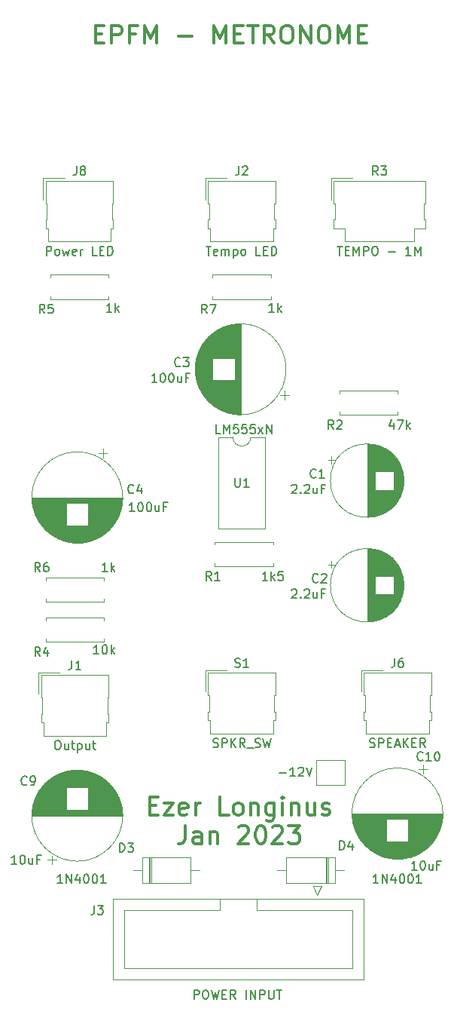
<source format=gbr>
%TF.GenerationSoftware,KiCad,Pcbnew,(6.0.7)*%
%TF.CreationDate,2023-01-30T14:02:46-05:00*%
%TF.ProjectId,METRONOME,4d455452-4f4e-44f4-9d45-2e6b69636164,rev?*%
%TF.SameCoordinates,Original*%
%TF.FileFunction,Legend,Top*%
%TF.FilePolarity,Positive*%
%FSLAX46Y46*%
G04 Gerber Fmt 4.6, Leading zero omitted, Abs format (unit mm)*
G04 Created by KiCad (PCBNEW (6.0.7)) date 2023-01-30 14:02:46*
%MOMM*%
%LPD*%
G01*
G04 APERTURE LIST*
%ADD10C,0.300000*%
%ADD11C,0.150000*%
%ADD12C,0.120000*%
G04 APERTURE END LIST*
D10*
X110059523Y-42107142D02*
X110726190Y-42107142D01*
X111011904Y-43154761D02*
X110059523Y-43154761D01*
X110059523Y-41154761D01*
X111011904Y-41154761D01*
X111869047Y-43154761D02*
X111869047Y-41154761D01*
X112630952Y-41154761D01*
X112821428Y-41250000D01*
X112916666Y-41345238D01*
X113011904Y-41535714D01*
X113011904Y-41821428D01*
X112916666Y-42011904D01*
X112821428Y-42107142D01*
X112630952Y-42202380D01*
X111869047Y-42202380D01*
X114535714Y-42107142D02*
X113869047Y-42107142D01*
X113869047Y-43154761D02*
X113869047Y-41154761D01*
X114821428Y-41154761D01*
X115583333Y-43154761D02*
X115583333Y-41154761D01*
X116250000Y-42583333D01*
X116916666Y-41154761D01*
X116916666Y-43154761D01*
X119392857Y-42392857D02*
X120916666Y-42392857D01*
X123392857Y-43154761D02*
X123392857Y-41154761D01*
X124059523Y-42583333D01*
X124726190Y-41154761D01*
X124726190Y-43154761D01*
X125678571Y-42107142D02*
X126345238Y-42107142D01*
X126630952Y-43154761D02*
X125678571Y-43154761D01*
X125678571Y-41154761D01*
X126630952Y-41154761D01*
X127202380Y-41154761D02*
X128345238Y-41154761D01*
X127773809Y-43154761D02*
X127773809Y-41154761D01*
X130154761Y-43154761D02*
X129488095Y-42202380D01*
X129011904Y-43154761D02*
X129011904Y-41154761D01*
X129773809Y-41154761D01*
X129964285Y-41250000D01*
X130059523Y-41345238D01*
X130154761Y-41535714D01*
X130154761Y-41821428D01*
X130059523Y-42011904D01*
X129964285Y-42107142D01*
X129773809Y-42202380D01*
X129011904Y-42202380D01*
X131392857Y-41154761D02*
X131773809Y-41154761D01*
X131964285Y-41250000D01*
X132154761Y-41440476D01*
X132250000Y-41821428D01*
X132250000Y-42488095D01*
X132154761Y-42869047D01*
X131964285Y-43059523D01*
X131773809Y-43154761D01*
X131392857Y-43154761D01*
X131202380Y-43059523D01*
X131011904Y-42869047D01*
X130916666Y-42488095D01*
X130916666Y-41821428D01*
X131011904Y-41440476D01*
X131202380Y-41250000D01*
X131392857Y-41154761D01*
X133107142Y-43154761D02*
X133107142Y-41154761D01*
X134250000Y-43154761D01*
X134250000Y-41154761D01*
X135583333Y-41154761D02*
X135964285Y-41154761D01*
X136154761Y-41250000D01*
X136345238Y-41440476D01*
X136440476Y-41821428D01*
X136440476Y-42488095D01*
X136345238Y-42869047D01*
X136154761Y-43059523D01*
X135964285Y-43154761D01*
X135583333Y-43154761D01*
X135392857Y-43059523D01*
X135202380Y-42869047D01*
X135107142Y-42488095D01*
X135107142Y-41821428D01*
X135202380Y-41440476D01*
X135392857Y-41250000D01*
X135583333Y-41154761D01*
X137297619Y-43154761D02*
X137297619Y-41154761D01*
X137964285Y-42583333D01*
X138630952Y-41154761D01*
X138630952Y-43154761D01*
X139583333Y-42107142D02*
X140250000Y-42107142D01*
X140535714Y-43154761D02*
X139583333Y-43154761D01*
X139583333Y-41154761D01*
X140535714Y-41154761D01*
X116154761Y-128747142D02*
X116821428Y-128747142D01*
X117107142Y-129794761D02*
X116154761Y-129794761D01*
X116154761Y-127794761D01*
X117107142Y-127794761D01*
X117773809Y-128461428D02*
X118821428Y-128461428D01*
X117773809Y-129794761D01*
X118821428Y-129794761D01*
X120345238Y-129699523D02*
X120154761Y-129794761D01*
X119773809Y-129794761D01*
X119583333Y-129699523D01*
X119488095Y-129509047D01*
X119488095Y-128747142D01*
X119583333Y-128556666D01*
X119773809Y-128461428D01*
X120154761Y-128461428D01*
X120345238Y-128556666D01*
X120440476Y-128747142D01*
X120440476Y-128937619D01*
X119488095Y-129128095D01*
X121297619Y-129794761D02*
X121297619Y-128461428D01*
X121297619Y-128842380D02*
X121392857Y-128651904D01*
X121488095Y-128556666D01*
X121678571Y-128461428D01*
X121869047Y-128461428D01*
X125011904Y-129794761D02*
X124059523Y-129794761D01*
X124059523Y-127794761D01*
X125964285Y-129794761D02*
X125773809Y-129699523D01*
X125678571Y-129604285D01*
X125583333Y-129413809D01*
X125583333Y-128842380D01*
X125678571Y-128651904D01*
X125773809Y-128556666D01*
X125964285Y-128461428D01*
X126250000Y-128461428D01*
X126440476Y-128556666D01*
X126535714Y-128651904D01*
X126630952Y-128842380D01*
X126630952Y-129413809D01*
X126535714Y-129604285D01*
X126440476Y-129699523D01*
X126250000Y-129794761D01*
X125964285Y-129794761D01*
X127488095Y-128461428D02*
X127488095Y-129794761D01*
X127488095Y-128651904D02*
X127583333Y-128556666D01*
X127773809Y-128461428D01*
X128059523Y-128461428D01*
X128250000Y-128556666D01*
X128345238Y-128747142D01*
X128345238Y-129794761D01*
X130154761Y-128461428D02*
X130154761Y-130080476D01*
X130059523Y-130270952D01*
X129964285Y-130366190D01*
X129773809Y-130461428D01*
X129488095Y-130461428D01*
X129297619Y-130366190D01*
X130154761Y-129699523D02*
X129964285Y-129794761D01*
X129583333Y-129794761D01*
X129392857Y-129699523D01*
X129297619Y-129604285D01*
X129202380Y-129413809D01*
X129202380Y-128842380D01*
X129297619Y-128651904D01*
X129392857Y-128556666D01*
X129583333Y-128461428D01*
X129964285Y-128461428D01*
X130154761Y-128556666D01*
X131107142Y-129794761D02*
X131107142Y-128461428D01*
X131107142Y-127794761D02*
X131011904Y-127890000D01*
X131107142Y-127985238D01*
X131202380Y-127890000D01*
X131107142Y-127794761D01*
X131107142Y-127985238D01*
X132059523Y-128461428D02*
X132059523Y-129794761D01*
X132059523Y-128651904D02*
X132154761Y-128556666D01*
X132345238Y-128461428D01*
X132630952Y-128461428D01*
X132821428Y-128556666D01*
X132916666Y-128747142D01*
X132916666Y-129794761D01*
X134726190Y-128461428D02*
X134726190Y-129794761D01*
X133869047Y-128461428D02*
X133869047Y-129509047D01*
X133964285Y-129699523D01*
X134154761Y-129794761D01*
X134440476Y-129794761D01*
X134630952Y-129699523D01*
X134726190Y-129604285D01*
X135583333Y-129699523D02*
X135773809Y-129794761D01*
X136154761Y-129794761D01*
X136345238Y-129699523D01*
X136440476Y-129509047D01*
X136440476Y-129413809D01*
X136345238Y-129223333D01*
X136154761Y-129128095D01*
X135869047Y-129128095D01*
X135678571Y-129032857D01*
X135583333Y-128842380D01*
X135583333Y-128747142D01*
X135678571Y-128556666D01*
X135869047Y-128461428D01*
X136154761Y-128461428D01*
X136345238Y-128556666D01*
X120154761Y-131014761D02*
X120154761Y-132443333D01*
X120059523Y-132729047D01*
X119869047Y-132919523D01*
X119583333Y-133014761D01*
X119392857Y-133014761D01*
X121964285Y-133014761D02*
X121964285Y-131967142D01*
X121869047Y-131776666D01*
X121678571Y-131681428D01*
X121297619Y-131681428D01*
X121107142Y-131776666D01*
X121964285Y-132919523D02*
X121773809Y-133014761D01*
X121297619Y-133014761D01*
X121107142Y-132919523D01*
X121011904Y-132729047D01*
X121011904Y-132538571D01*
X121107142Y-132348095D01*
X121297619Y-132252857D01*
X121773809Y-132252857D01*
X121964285Y-132157619D01*
X122916666Y-131681428D02*
X122916666Y-133014761D01*
X122916666Y-131871904D02*
X123011904Y-131776666D01*
X123202380Y-131681428D01*
X123488095Y-131681428D01*
X123678571Y-131776666D01*
X123773809Y-131967142D01*
X123773809Y-133014761D01*
X126154761Y-131205238D02*
X126250000Y-131110000D01*
X126440476Y-131014761D01*
X126916666Y-131014761D01*
X127107142Y-131110000D01*
X127202380Y-131205238D01*
X127297619Y-131395714D01*
X127297619Y-131586190D01*
X127202380Y-131871904D01*
X126059523Y-133014761D01*
X127297619Y-133014761D01*
X128535714Y-131014761D02*
X128726190Y-131014761D01*
X128916666Y-131110000D01*
X129011904Y-131205238D01*
X129107142Y-131395714D01*
X129202380Y-131776666D01*
X129202380Y-132252857D01*
X129107142Y-132633809D01*
X129011904Y-132824285D01*
X128916666Y-132919523D01*
X128726190Y-133014761D01*
X128535714Y-133014761D01*
X128345238Y-132919523D01*
X128250000Y-132824285D01*
X128154761Y-132633809D01*
X128059523Y-132252857D01*
X128059523Y-131776666D01*
X128154761Y-131395714D01*
X128250000Y-131205238D01*
X128345238Y-131110000D01*
X128535714Y-131014761D01*
X129964285Y-131205238D02*
X130059523Y-131110000D01*
X130250000Y-131014761D01*
X130726190Y-131014761D01*
X130916666Y-131110000D01*
X131011904Y-131205238D01*
X131107142Y-131395714D01*
X131107142Y-131586190D01*
X131011904Y-131871904D01*
X129869047Y-133014761D01*
X131107142Y-133014761D01*
X131773809Y-131014761D02*
X133011904Y-131014761D01*
X132345238Y-131776666D01*
X132630952Y-131776666D01*
X132821428Y-131871904D01*
X132916666Y-131967142D01*
X133011904Y-132157619D01*
X133011904Y-132633809D01*
X132916666Y-132824285D01*
X132821428Y-132919523D01*
X132630952Y-133014761D01*
X132059523Y-133014761D01*
X131869047Y-132919523D01*
X131773809Y-132824285D01*
D11*
%TO.C,-12V*%
X130738095Y-125071428D02*
X131500000Y-125071428D01*
X132500000Y-125452380D02*
X131928571Y-125452380D01*
X132214285Y-125452380D02*
X132214285Y-124452380D01*
X132119047Y-124595238D01*
X132023809Y-124690476D01*
X131928571Y-124738095D01*
X132880952Y-124547619D02*
X132928571Y-124500000D01*
X133023809Y-124452380D01*
X133261904Y-124452380D01*
X133357142Y-124500000D01*
X133404761Y-124547619D01*
X133452380Y-124642857D01*
X133452380Y-124738095D01*
X133404761Y-124880952D01*
X132833333Y-125452380D01*
X133452380Y-125452380D01*
X133738095Y-124452380D02*
X134071428Y-125452380D01*
X134404761Y-124452380D01*
%TO.C,J2*%
X126166666Y-56952380D02*
X126166666Y-57666666D01*
X126119047Y-57809523D01*
X126023809Y-57904761D01*
X125880952Y-57952380D01*
X125785714Y-57952380D01*
X126595238Y-57047619D02*
X126642857Y-57000000D01*
X126738095Y-56952380D01*
X126976190Y-56952380D01*
X127071428Y-57000000D01*
X127119047Y-57047619D01*
X127166666Y-57142857D01*
X127166666Y-57238095D01*
X127119047Y-57380952D01*
X126547619Y-57952380D01*
X127166666Y-57952380D01*
X122476190Y-65952380D02*
X123047619Y-65952380D01*
X122761904Y-66952380D02*
X122761904Y-65952380D01*
X123761904Y-66904761D02*
X123666666Y-66952380D01*
X123476190Y-66952380D01*
X123380952Y-66904761D01*
X123333333Y-66809523D01*
X123333333Y-66428571D01*
X123380952Y-66333333D01*
X123476190Y-66285714D01*
X123666666Y-66285714D01*
X123761904Y-66333333D01*
X123809523Y-66428571D01*
X123809523Y-66523809D01*
X123333333Y-66619047D01*
X124238095Y-66952380D02*
X124238095Y-66285714D01*
X124238095Y-66380952D02*
X124285714Y-66333333D01*
X124380952Y-66285714D01*
X124523809Y-66285714D01*
X124619047Y-66333333D01*
X124666666Y-66428571D01*
X124666666Y-66952380D01*
X124666666Y-66428571D02*
X124714285Y-66333333D01*
X124809523Y-66285714D01*
X124952380Y-66285714D01*
X125047619Y-66333333D01*
X125095238Y-66428571D01*
X125095238Y-66952380D01*
X125571428Y-66285714D02*
X125571428Y-67285714D01*
X125571428Y-66333333D02*
X125666666Y-66285714D01*
X125857142Y-66285714D01*
X125952380Y-66333333D01*
X126000000Y-66380952D01*
X126047619Y-66476190D01*
X126047619Y-66761904D01*
X126000000Y-66857142D01*
X125952380Y-66904761D01*
X125857142Y-66952380D01*
X125666666Y-66952380D01*
X125571428Y-66904761D01*
X126619047Y-66952380D02*
X126523809Y-66904761D01*
X126476190Y-66857142D01*
X126428571Y-66761904D01*
X126428571Y-66476190D01*
X126476190Y-66380952D01*
X126523809Y-66333333D01*
X126619047Y-66285714D01*
X126761904Y-66285714D01*
X126857142Y-66333333D01*
X126904761Y-66380952D01*
X126952380Y-66476190D01*
X126952380Y-66761904D01*
X126904761Y-66857142D01*
X126857142Y-66904761D01*
X126761904Y-66952380D01*
X126619047Y-66952380D01*
X128619047Y-66952380D02*
X128142857Y-66952380D01*
X128142857Y-65952380D01*
X128952380Y-66428571D02*
X129285714Y-66428571D01*
X129428571Y-66952380D02*
X128952380Y-66952380D01*
X128952380Y-65952380D01*
X129428571Y-65952380D01*
X129857142Y-66952380D02*
X129857142Y-65952380D01*
X130095238Y-65952380D01*
X130238095Y-66000000D01*
X130333333Y-66095238D01*
X130380952Y-66190476D01*
X130428571Y-66380952D01*
X130428571Y-66523809D01*
X130380952Y-66714285D01*
X130333333Y-66809523D01*
X130238095Y-66904761D01*
X130095238Y-66952380D01*
X129857142Y-66952380D01*
%TO.C,C2*%
X135083333Y-103607142D02*
X135035714Y-103654761D01*
X134892857Y-103702380D01*
X134797619Y-103702380D01*
X134654761Y-103654761D01*
X134559523Y-103559523D01*
X134511904Y-103464285D01*
X134464285Y-103273809D01*
X134464285Y-103130952D01*
X134511904Y-102940476D01*
X134559523Y-102845238D01*
X134654761Y-102750000D01*
X134797619Y-102702380D01*
X134892857Y-102702380D01*
X135035714Y-102750000D01*
X135083333Y-102797619D01*
X135464285Y-102797619D02*
X135511904Y-102750000D01*
X135607142Y-102702380D01*
X135845238Y-102702380D01*
X135940476Y-102750000D01*
X135988095Y-102797619D01*
X136035714Y-102892857D01*
X136035714Y-102988095D01*
X135988095Y-103130952D01*
X135416666Y-103702380D01*
X136035714Y-103702380D01*
X132119047Y-104547619D02*
X132166666Y-104500000D01*
X132261904Y-104452380D01*
X132500000Y-104452380D01*
X132595238Y-104500000D01*
X132642857Y-104547619D01*
X132690476Y-104642857D01*
X132690476Y-104738095D01*
X132642857Y-104880952D01*
X132071428Y-105452380D01*
X132690476Y-105452380D01*
X133119047Y-105357142D02*
X133166666Y-105404761D01*
X133119047Y-105452380D01*
X133071428Y-105404761D01*
X133119047Y-105357142D01*
X133119047Y-105452380D01*
X133547619Y-104547619D02*
X133595238Y-104500000D01*
X133690476Y-104452380D01*
X133928571Y-104452380D01*
X134023809Y-104500000D01*
X134071428Y-104547619D01*
X134119047Y-104642857D01*
X134119047Y-104738095D01*
X134071428Y-104880952D01*
X133500000Y-105452380D01*
X134119047Y-105452380D01*
X134976190Y-104785714D02*
X134976190Y-105452380D01*
X134547619Y-104785714D02*
X134547619Y-105309523D01*
X134595238Y-105404761D01*
X134690476Y-105452380D01*
X134833333Y-105452380D01*
X134928571Y-105404761D01*
X134976190Y-105357142D01*
X135785714Y-104928571D02*
X135452380Y-104928571D01*
X135452380Y-105452380D02*
X135452380Y-104452380D01*
X135928571Y-104452380D01*
%TO.C,R4*%
X103833333Y-111952380D02*
X103500000Y-111476190D01*
X103261904Y-111952380D02*
X103261904Y-110952380D01*
X103642857Y-110952380D01*
X103738095Y-111000000D01*
X103785714Y-111047619D01*
X103833333Y-111142857D01*
X103833333Y-111285714D01*
X103785714Y-111380952D01*
X103738095Y-111428571D01*
X103642857Y-111476190D01*
X103261904Y-111476190D01*
X104690476Y-111285714D02*
X104690476Y-111952380D01*
X104452380Y-110904761D02*
X104214285Y-111619047D01*
X104833333Y-111619047D01*
X110424761Y-111702380D02*
X109853333Y-111702380D01*
X110139047Y-111702380D02*
X110139047Y-110702380D01*
X110043809Y-110845238D01*
X109948571Y-110940476D01*
X109853333Y-110988095D01*
X111043809Y-110702380D02*
X111139047Y-110702380D01*
X111234285Y-110750000D01*
X111281904Y-110797619D01*
X111329523Y-110892857D01*
X111377142Y-111083333D01*
X111377142Y-111321428D01*
X111329523Y-111511904D01*
X111281904Y-111607142D01*
X111234285Y-111654761D01*
X111139047Y-111702380D01*
X111043809Y-111702380D01*
X110948571Y-111654761D01*
X110900952Y-111607142D01*
X110853333Y-111511904D01*
X110805714Y-111321428D01*
X110805714Y-111083333D01*
X110853333Y-110892857D01*
X110900952Y-110797619D01*
X110948571Y-110750000D01*
X111043809Y-110702380D01*
X111805714Y-111702380D02*
X111805714Y-110702380D01*
X111900952Y-111321428D02*
X112186666Y-111702380D01*
X112186666Y-111035714D02*
X111805714Y-111416666D01*
%TO.C,R1*%
X123083333Y-103452380D02*
X122750000Y-102976190D01*
X122511904Y-103452380D02*
X122511904Y-102452380D01*
X122892857Y-102452380D01*
X122988095Y-102500000D01*
X123035714Y-102547619D01*
X123083333Y-102642857D01*
X123083333Y-102785714D01*
X123035714Y-102880952D01*
X122988095Y-102928571D01*
X122892857Y-102976190D01*
X122511904Y-102976190D01*
X124035714Y-103452380D02*
X123464285Y-103452380D01*
X123750000Y-103452380D02*
X123750000Y-102452380D01*
X123654761Y-102595238D01*
X123559523Y-102690476D01*
X123464285Y-102738095D01*
X129404761Y-103452380D02*
X128833333Y-103452380D01*
X129119047Y-103452380D02*
X129119047Y-102452380D01*
X129023809Y-102595238D01*
X128928571Y-102690476D01*
X128833333Y-102738095D01*
X129833333Y-103452380D02*
X129833333Y-102452380D01*
X129928571Y-103071428D02*
X130214285Y-103452380D01*
X130214285Y-102785714D02*
X129833333Y-103166666D01*
X131119047Y-102452380D02*
X130642857Y-102452380D01*
X130595238Y-102928571D01*
X130642857Y-102880952D01*
X130738095Y-102833333D01*
X130976190Y-102833333D01*
X131071428Y-102880952D01*
X131119047Y-102928571D01*
X131166666Y-103023809D01*
X131166666Y-103261904D01*
X131119047Y-103357142D01*
X131071428Y-103404761D01*
X130976190Y-103452380D01*
X130738095Y-103452380D01*
X130642857Y-103404761D01*
X130595238Y-103357142D01*
%TO.C,C3*%
X119583333Y-79357142D02*
X119535714Y-79404761D01*
X119392857Y-79452380D01*
X119297619Y-79452380D01*
X119154761Y-79404761D01*
X119059523Y-79309523D01*
X119011904Y-79214285D01*
X118964285Y-79023809D01*
X118964285Y-78880952D01*
X119011904Y-78690476D01*
X119059523Y-78595238D01*
X119154761Y-78500000D01*
X119297619Y-78452380D01*
X119392857Y-78452380D01*
X119535714Y-78500000D01*
X119583333Y-78547619D01*
X119916666Y-78452380D02*
X120535714Y-78452380D01*
X120202380Y-78833333D01*
X120345238Y-78833333D01*
X120440476Y-78880952D01*
X120488095Y-78928571D01*
X120535714Y-79023809D01*
X120535714Y-79261904D01*
X120488095Y-79357142D01*
X120440476Y-79404761D01*
X120345238Y-79452380D01*
X120059523Y-79452380D01*
X119964285Y-79404761D01*
X119916666Y-79357142D01*
X116952380Y-81202380D02*
X116380952Y-81202380D01*
X116666666Y-81202380D02*
X116666666Y-80202380D01*
X116571428Y-80345238D01*
X116476190Y-80440476D01*
X116380952Y-80488095D01*
X117571428Y-80202380D02*
X117666666Y-80202380D01*
X117761904Y-80250000D01*
X117809523Y-80297619D01*
X117857142Y-80392857D01*
X117904761Y-80583333D01*
X117904761Y-80821428D01*
X117857142Y-81011904D01*
X117809523Y-81107142D01*
X117761904Y-81154761D01*
X117666666Y-81202380D01*
X117571428Y-81202380D01*
X117476190Y-81154761D01*
X117428571Y-81107142D01*
X117380952Y-81011904D01*
X117333333Y-80821428D01*
X117333333Y-80583333D01*
X117380952Y-80392857D01*
X117428571Y-80297619D01*
X117476190Y-80250000D01*
X117571428Y-80202380D01*
X118523809Y-80202380D02*
X118619047Y-80202380D01*
X118714285Y-80250000D01*
X118761904Y-80297619D01*
X118809523Y-80392857D01*
X118857142Y-80583333D01*
X118857142Y-80821428D01*
X118809523Y-81011904D01*
X118761904Y-81107142D01*
X118714285Y-81154761D01*
X118619047Y-81202380D01*
X118523809Y-81202380D01*
X118428571Y-81154761D01*
X118380952Y-81107142D01*
X118333333Y-81011904D01*
X118285714Y-80821428D01*
X118285714Y-80583333D01*
X118333333Y-80392857D01*
X118380952Y-80297619D01*
X118428571Y-80250000D01*
X118523809Y-80202380D01*
X119714285Y-80535714D02*
X119714285Y-81202380D01*
X119285714Y-80535714D02*
X119285714Y-81059523D01*
X119333333Y-81154761D01*
X119428571Y-81202380D01*
X119571428Y-81202380D01*
X119666666Y-81154761D01*
X119714285Y-81107142D01*
X120523809Y-80678571D02*
X120190476Y-80678571D01*
X120190476Y-81202380D02*
X120190476Y-80202380D01*
X120666666Y-80202380D01*
%TO.C,C10*%
X146857142Y-123607142D02*
X146809523Y-123654761D01*
X146666666Y-123702380D01*
X146571428Y-123702380D01*
X146428571Y-123654761D01*
X146333333Y-123559523D01*
X146285714Y-123464285D01*
X146238095Y-123273809D01*
X146238095Y-123130952D01*
X146285714Y-122940476D01*
X146333333Y-122845238D01*
X146428571Y-122750000D01*
X146571428Y-122702380D01*
X146666666Y-122702380D01*
X146809523Y-122750000D01*
X146857142Y-122797619D01*
X147809523Y-123702380D02*
X147238095Y-123702380D01*
X147523809Y-123702380D02*
X147523809Y-122702380D01*
X147428571Y-122845238D01*
X147333333Y-122940476D01*
X147238095Y-122988095D01*
X148428571Y-122702380D02*
X148523809Y-122702380D01*
X148619047Y-122750000D01*
X148666666Y-122797619D01*
X148714285Y-122892857D01*
X148761904Y-123083333D01*
X148761904Y-123321428D01*
X148714285Y-123511904D01*
X148666666Y-123607142D01*
X148619047Y-123654761D01*
X148523809Y-123702380D01*
X148428571Y-123702380D01*
X148333333Y-123654761D01*
X148285714Y-123607142D01*
X148238095Y-123511904D01*
X148190476Y-123321428D01*
X148190476Y-123083333D01*
X148238095Y-122892857D01*
X148285714Y-122797619D01*
X148333333Y-122750000D01*
X148428571Y-122702380D01*
X146178571Y-135952380D02*
X145607142Y-135952380D01*
X145892857Y-135952380D02*
X145892857Y-134952380D01*
X145797619Y-135095238D01*
X145702380Y-135190476D01*
X145607142Y-135238095D01*
X146797619Y-134952380D02*
X146892857Y-134952380D01*
X146988095Y-135000000D01*
X147035714Y-135047619D01*
X147083333Y-135142857D01*
X147130952Y-135333333D01*
X147130952Y-135571428D01*
X147083333Y-135761904D01*
X147035714Y-135857142D01*
X146988095Y-135904761D01*
X146892857Y-135952380D01*
X146797619Y-135952380D01*
X146702380Y-135904761D01*
X146654761Y-135857142D01*
X146607142Y-135761904D01*
X146559523Y-135571428D01*
X146559523Y-135333333D01*
X146607142Y-135142857D01*
X146654761Y-135047619D01*
X146702380Y-135000000D01*
X146797619Y-134952380D01*
X147988095Y-135285714D02*
X147988095Y-135952380D01*
X147559523Y-135285714D02*
X147559523Y-135809523D01*
X147607142Y-135904761D01*
X147702380Y-135952380D01*
X147845238Y-135952380D01*
X147940476Y-135904761D01*
X147988095Y-135857142D01*
X148797619Y-135428571D02*
X148464285Y-135428571D01*
X148464285Y-135952380D02*
X148464285Y-134952380D01*
X148940476Y-134952380D01*
%TO.C,C9*%
X102333333Y-126357142D02*
X102285714Y-126404761D01*
X102142857Y-126452380D01*
X102047619Y-126452380D01*
X101904761Y-126404761D01*
X101809523Y-126309523D01*
X101761904Y-126214285D01*
X101714285Y-126023809D01*
X101714285Y-125880952D01*
X101761904Y-125690476D01*
X101809523Y-125595238D01*
X101904761Y-125500000D01*
X102047619Y-125452380D01*
X102142857Y-125452380D01*
X102285714Y-125500000D01*
X102333333Y-125547619D01*
X102809523Y-126452380D02*
X103000000Y-126452380D01*
X103095238Y-126404761D01*
X103142857Y-126357142D01*
X103238095Y-126214285D01*
X103285714Y-126023809D01*
X103285714Y-125642857D01*
X103238095Y-125547619D01*
X103190476Y-125500000D01*
X103095238Y-125452380D01*
X102904761Y-125452380D01*
X102809523Y-125500000D01*
X102761904Y-125547619D01*
X102714285Y-125642857D01*
X102714285Y-125880952D01*
X102761904Y-125976190D01*
X102809523Y-126023809D01*
X102904761Y-126071428D01*
X103095238Y-126071428D01*
X103190476Y-126023809D01*
X103238095Y-125976190D01*
X103285714Y-125880952D01*
X101178571Y-135299703D02*
X100607142Y-135299703D01*
X100892857Y-135299703D02*
X100892857Y-134299703D01*
X100797619Y-134442561D01*
X100702380Y-134537799D01*
X100607142Y-134585418D01*
X101797619Y-134299703D02*
X101892857Y-134299703D01*
X101988095Y-134347323D01*
X102035714Y-134394942D01*
X102083333Y-134490180D01*
X102130952Y-134680656D01*
X102130952Y-134918751D01*
X102083333Y-135109227D01*
X102035714Y-135204465D01*
X101988095Y-135252084D01*
X101892857Y-135299703D01*
X101797619Y-135299703D01*
X101702380Y-135252084D01*
X101654761Y-135204465D01*
X101607142Y-135109227D01*
X101559523Y-134918751D01*
X101559523Y-134680656D01*
X101607142Y-134490180D01*
X101654761Y-134394942D01*
X101702380Y-134347323D01*
X101797619Y-134299703D01*
X102988095Y-134633037D02*
X102988095Y-135299703D01*
X102559523Y-134633037D02*
X102559523Y-135156846D01*
X102607142Y-135252084D01*
X102702380Y-135299703D01*
X102845238Y-135299703D01*
X102940476Y-135252084D01*
X102988095Y-135204465D01*
X103797619Y-134775894D02*
X103464285Y-134775894D01*
X103464285Y-135299703D02*
X103464285Y-134299703D01*
X103940476Y-134299703D01*
%TO.C,R5*%
X104333333Y-73452380D02*
X104000000Y-72976190D01*
X103761904Y-73452380D02*
X103761904Y-72452380D01*
X104142857Y-72452380D01*
X104238095Y-72500000D01*
X104285714Y-72547619D01*
X104333333Y-72642857D01*
X104333333Y-72785714D01*
X104285714Y-72880952D01*
X104238095Y-72928571D01*
X104142857Y-72976190D01*
X103761904Y-72976190D01*
X105238095Y-72452380D02*
X104761904Y-72452380D01*
X104714285Y-72928571D01*
X104761904Y-72880952D01*
X104857142Y-72833333D01*
X105095238Y-72833333D01*
X105190476Y-72880952D01*
X105238095Y-72928571D01*
X105285714Y-73023809D01*
X105285714Y-73261904D01*
X105238095Y-73357142D01*
X105190476Y-73404761D01*
X105095238Y-73452380D01*
X104857142Y-73452380D01*
X104761904Y-73404761D01*
X104714285Y-73357142D01*
X111880952Y-73322380D02*
X111309523Y-73322380D01*
X111595238Y-73322380D02*
X111595238Y-72322380D01*
X111500000Y-72465238D01*
X111404761Y-72560476D01*
X111309523Y-72608095D01*
X112309523Y-73322380D02*
X112309523Y-72322380D01*
X112404761Y-72941428D02*
X112690476Y-73322380D01*
X112690476Y-72655714D02*
X112309523Y-73036666D01*
%TO.C,D4*%
X137511904Y-133702380D02*
X137511904Y-132702380D01*
X137750000Y-132702380D01*
X137892857Y-132750000D01*
X137988095Y-132845238D01*
X138035714Y-132940476D01*
X138083333Y-133130952D01*
X138083333Y-133273809D01*
X138035714Y-133464285D01*
X137988095Y-133559523D01*
X137892857Y-133654761D01*
X137750000Y-133702380D01*
X137511904Y-133702380D01*
X138940476Y-133035714D02*
X138940476Y-133702380D01*
X138702380Y-132654761D02*
X138464285Y-133369047D01*
X139083333Y-133369047D01*
X141857142Y-137452380D02*
X141285714Y-137452380D01*
X141571428Y-137452380D02*
X141571428Y-136452380D01*
X141476190Y-136595238D01*
X141380952Y-136690476D01*
X141285714Y-136738095D01*
X142285714Y-137452380D02*
X142285714Y-136452380D01*
X142857142Y-137452380D01*
X142857142Y-136452380D01*
X143761904Y-136785714D02*
X143761904Y-137452380D01*
X143523809Y-136404761D02*
X143285714Y-137119047D01*
X143904761Y-137119047D01*
X144476190Y-136452380D02*
X144571428Y-136452380D01*
X144666666Y-136500000D01*
X144714285Y-136547619D01*
X144761904Y-136642857D01*
X144809523Y-136833333D01*
X144809523Y-137071428D01*
X144761904Y-137261904D01*
X144714285Y-137357142D01*
X144666666Y-137404761D01*
X144571428Y-137452380D01*
X144476190Y-137452380D01*
X144380952Y-137404761D01*
X144333333Y-137357142D01*
X144285714Y-137261904D01*
X144238095Y-137071428D01*
X144238095Y-136833333D01*
X144285714Y-136642857D01*
X144333333Y-136547619D01*
X144380952Y-136500000D01*
X144476190Y-136452380D01*
X145428571Y-136452380D02*
X145523809Y-136452380D01*
X145619047Y-136500000D01*
X145666666Y-136547619D01*
X145714285Y-136642857D01*
X145761904Y-136833333D01*
X145761904Y-137071428D01*
X145714285Y-137261904D01*
X145666666Y-137357142D01*
X145619047Y-137404761D01*
X145523809Y-137452380D01*
X145428571Y-137452380D01*
X145333333Y-137404761D01*
X145285714Y-137357142D01*
X145238095Y-137261904D01*
X145190476Y-137071428D01*
X145190476Y-136833333D01*
X145238095Y-136642857D01*
X145285714Y-136547619D01*
X145333333Y-136500000D01*
X145428571Y-136452380D01*
X146714285Y-137452380D02*
X146142857Y-137452380D01*
X146428571Y-137452380D02*
X146428571Y-136452380D01*
X146333333Y-136595238D01*
X146238095Y-136690476D01*
X146142857Y-136738095D01*
%TO.C,J6*%
X143686666Y-112202380D02*
X143686666Y-112916666D01*
X143639047Y-113059523D01*
X143543809Y-113154761D01*
X143400952Y-113202380D01*
X143305714Y-113202380D01*
X144591428Y-112202380D02*
X144400952Y-112202380D01*
X144305714Y-112250000D01*
X144258095Y-112297619D01*
X144162857Y-112440476D01*
X144115238Y-112630952D01*
X144115238Y-113011904D01*
X144162857Y-113107142D01*
X144210476Y-113154761D01*
X144305714Y-113202380D01*
X144496190Y-113202380D01*
X144591428Y-113154761D01*
X144639047Y-113107142D01*
X144686666Y-113011904D01*
X144686666Y-112773809D01*
X144639047Y-112678571D01*
X144591428Y-112630952D01*
X144496190Y-112583333D01*
X144305714Y-112583333D01*
X144210476Y-112630952D01*
X144162857Y-112678571D01*
X144115238Y-112773809D01*
X140900952Y-122154761D02*
X141043809Y-122202380D01*
X141281904Y-122202380D01*
X141377142Y-122154761D01*
X141424761Y-122107142D01*
X141472380Y-122011904D01*
X141472380Y-121916666D01*
X141424761Y-121821428D01*
X141377142Y-121773809D01*
X141281904Y-121726190D01*
X141091428Y-121678571D01*
X140996190Y-121630952D01*
X140948571Y-121583333D01*
X140900952Y-121488095D01*
X140900952Y-121392857D01*
X140948571Y-121297619D01*
X140996190Y-121250000D01*
X141091428Y-121202380D01*
X141329523Y-121202380D01*
X141472380Y-121250000D01*
X141900952Y-122202380D02*
X141900952Y-121202380D01*
X142281904Y-121202380D01*
X142377142Y-121250000D01*
X142424761Y-121297619D01*
X142472380Y-121392857D01*
X142472380Y-121535714D01*
X142424761Y-121630952D01*
X142377142Y-121678571D01*
X142281904Y-121726190D01*
X141900952Y-121726190D01*
X142900952Y-121678571D02*
X143234285Y-121678571D01*
X143377142Y-122202380D02*
X142900952Y-122202380D01*
X142900952Y-121202380D01*
X143377142Y-121202380D01*
X143758095Y-121916666D02*
X144234285Y-121916666D01*
X143662857Y-122202380D02*
X143996190Y-121202380D01*
X144329523Y-122202380D01*
X144662857Y-122202380D02*
X144662857Y-121202380D01*
X145234285Y-122202380D02*
X144805714Y-121630952D01*
X145234285Y-121202380D02*
X144662857Y-121773809D01*
X145662857Y-121678571D02*
X145996190Y-121678571D01*
X146139047Y-122202380D02*
X145662857Y-122202380D01*
X145662857Y-121202380D01*
X146139047Y-121202380D01*
X147139047Y-122202380D02*
X146805714Y-121726190D01*
X146567619Y-122202380D02*
X146567619Y-121202380D01*
X146948571Y-121202380D01*
X147043809Y-121250000D01*
X147091428Y-121297619D01*
X147139047Y-121392857D01*
X147139047Y-121535714D01*
X147091428Y-121630952D01*
X147043809Y-121678571D01*
X146948571Y-121726190D01*
X146567619Y-121726190D01*
%TO.C,D3*%
X112761904Y-133952380D02*
X112761904Y-132952380D01*
X113000000Y-132952380D01*
X113142857Y-133000000D01*
X113238095Y-133095238D01*
X113285714Y-133190476D01*
X113333333Y-133380952D01*
X113333333Y-133523809D01*
X113285714Y-133714285D01*
X113238095Y-133809523D01*
X113142857Y-133904761D01*
X113000000Y-133952380D01*
X112761904Y-133952380D01*
X113666666Y-132952380D02*
X114285714Y-132952380D01*
X113952380Y-133333333D01*
X114095238Y-133333333D01*
X114190476Y-133380952D01*
X114238095Y-133428571D01*
X114285714Y-133523809D01*
X114285714Y-133761904D01*
X114238095Y-133857142D01*
X114190476Y-133904761D01*
X114095238Y-133952380D01*
X113809523Y-133952380D01*
X113714285Y-133904761D01*
X113666666Y-133857142D01*
X106357142Y-137452380D02*
X105785714Y-137452380D01*
X106071428Y-137452380D02*
X106071428Y-136452380D01*
X105976190Y-136595238D01*
X105880952Y-136690476D01*
X105785714Y-136738095D01*
X106785714Y-137452380D02*
X106785714Y-136452380D01*
X107357142Y-137452380D01*
X107357142Y-136452380D01*
X108261904Y-136785714D02*
X108261904Y-137452380D01*
X108023809Y-136404761D02*
X107785714Y-137119047D01*
X108404761Y-137119047D01*
X108976190Y-136452380D02*
X109071428Y-136452380D01*
X109166666Y-136500000D01*
X109214285Y-136547619D01*
X109261904Y-136642857D01*
X109309523Y-136833333D01*
X109309523Y-137071428D01*
X109261904Y-137261904D01*
X109214285Y-137357142D01*
X109166666Y-137404761D01*
X109071428Y-137452380D01*
X108976190Y-137452380D01*
X108880952Y-137404761D01*
X108833333Y-137357142D01*
X108785714Y-137261904D01*
X108738095Y-137071428D01*
X108738095Y-136833333D01*
X108785714Y-136642857D01*
X108833333Y-136547619D01*
X108880952Y-136500000D01*
X108976190Y-136452380D01*
X109928571Y-136452380D02*
X110023809Y-136452380D01*
X110119047Y-136500000D01*
X110166666Y-136547619D01*
X110214285Y-136642857D01*
X110261904Y-136833333D01*
X110261904Y-137071428D01*
X110214285Y-137261904D01*
X110166666Y-137357142D01*
X110119047Y-137404761D01*
X110023809Y-137452380D01*
X109928571Y-137452380D01*
X109833333Y-137404761D01*
X109785714Y-137357142D01*
X109738095Y-137261904D01*
X109690476Y-137071428D01*
X109690476Y-136833333D01*
X109738095Y-136642857D01*
X109785714Y-136547619D01*
X109833333Y-136500000D01*
X109928571Y-136452380D01*
X111214285Y-137452380D02*
X110642857Y-137452380D01*
X110928571Y-137452380D02*
X110928571Y-136452380D01*
X110833333Y-136595238D01*
X110738095Y-136690476D01*
X110642857Y-136738095D01*
%TO.C,R3*%
X141833333Y-57952380D02*
X141500000Y-57476190D01*
X141261904Y-57952380D02*
X141261904Y-56952380D01*
X141642857Y-56952380D01*
X141738095Y-57000000D01*
X141785714Y-57047619D01*
X141833333Y-57142857D01*
X141833333Y-57285714D01*
X141785714Y-57380952D01*
X141738095Y-57428571D01*
X141642857Y-57476190D01*
X141261904Y-57476190D01*
X142166666Y-56952380D02*
X142785714Y-56952380D01*
X142452380Y-57333333D01*
X142595238Y-57333333D01*
X142690476Y-57380952D01*
X142738095Y-57428571D01*
X142785714Y-57523809D01*
X142785714Y-57761904D01*
X142738095Y-57857142D01*
X142690476Y-57904761D01*
X142595238Y-57952380D01*
X142309523Y-57952380D01*
X142214285Y-57904761D01*
X142166666Y-57857142D01*
X137238095Y-65952380D02*
X137809523Y-65952380D01*
X137523809Y-66952380D02*
X137523809Y-65952380D01*
X138142857Y-66428571D02*
X138476190Y-66428571D01*
X138619047Y-66952380D02*
X138142857Y-66952380D01*
X138142857Y-65952380D01*
X138619047Y-65952380D01*
X139047619Y-66952380D02*
X139047619Y-65952380D01*
X139380952Y-66666666D01*
X139714285Y-65952380D01*
X139714285Y-66952380D01*
X140190476Y-66952380D02*
X140190476Y-65952380D01*
X140571428Y-65952380D01*
X140666666Y-66000000D01*
X140714285Y-66047619D01*
X140761904Y-66142857D01*
X140761904Y-66285714D01*
X140714285Y-66380952D01*
X140666666Y-66428571D01*
X140571428Y-66476190D01*
X140190476Y-66476190D01*
X141380952Y-65952380D02*
X141571428Y-65952380D01*
X141666666Y-66000000D01*
X141761904Y-66095238D01*
X141809523Y-66285714D01*
X141809523Y-66619047D01*
X141761904Y-66809523D01*
X141666666Y-66904761D01*
X141571428Y-66952380D01*
X141380952Y-66952380D01*
X141285714Y-66904761D01*
X141190476Y-66809523D01*
X141142857Y-66619047D01*
X141142857Y-66285714D01*
X141190476Y-66095238D01*
X141285714Y-66000000D01*
X141380952Y-65952380D01*
X143000000Y-66571428D02*
X143761904Y-66571428D01*
X145523809Y-66952380D02*
X144952380Y-66952380D01*
X145238095Y-66952380D02*
X145238095Y-65952380D01*
X145142857Y-66095238D01*
X145047619Y-66190476D01*
X144952380Y-66238095D01*
X145952380Y-66952380D02*
X145952380Y-65952380D01*
X146285714Y-66666666D01*
X146619047Y-65952380D01*
X146619047Y-66952380D01*
%TO.C,J8*%
X107916666Y-56952380D02*
X107916666Y-57666666D01*
X107869047Y-57809523D01*
X107773809Y-57904761D01*
X107630952Y-57952380D01*
X107535714Y-57952380D01*
X108535714Y-57380952D02*
X108440476Y-57333333D01*
X108392857Y-57285714D01*
X108345238Y-57190476D01*
X108345238Y-57142857D01*
X108392857Y-57047619D01*
X108440476Y-57000000D01*
X108535714Y-56952380D01*
X108726190Y-56952380D01*
X108821428Y-57000000D01*
X108869047Y-57047619D01*
X108916666Y-57142857D01*
X108916666Y-57190476D01*
X108869047Y-57285714D01*
X108821428Y-57333333D01*
X108726190Y-57380952D01*
X108535714Y-57380952D01*
X108440476Y-57428571D01*
X108392857Y-57476190D01*
X108345238Y-57571428D01*
X108345238Y-57761904D01*
X108392857Y-57857142D01*
X108440476Y-57904761D01*
X108535714Y-57952380D01*
X108726190Y-57952380D01*
X108821428Y-57904761D01*
X108869047Y-57857142D01*
X108916666Y-57761904D01*
X108916666Y-57571428D01*
X108869047Y-57476190D01*
X108821428Y-57428571D01*
X108726190Y-57380952D01*
X104535714Y-66952380D02*
X104535714Y-65952380D01*
X104916666Y-65952380D01*
X105011904Y-66000000D01*
X105059523Y-66047619D01*
X105107142Y-66142857D01*
X105107142Y-66285714D01*
X105059523Y-66380952D01*
X105011904Y-66428571D01*
X104916666Y-66476190D01*
X104535714Y-66476190D01*
X105678571Y-66952380D02*
X105583333Y-66904761D01*
X105535714Y-66857142D01*
X105488095Y-66761904D01*
X105488095Y-66476190D01*
X105535714Y-66380952D01*
X105583333Y-66333333D01*
X105678571Y-66285714D01*
X105821428Y-66285714D01*
X105916666Y-66333333D01*
X105964285Y-66380952D01*
X106011904Y-66476190D01*
X106011904Y-66761904D01*
X105964285Y-66857142D01*
X105916666Y-66904761D01*
X105821428Y-66952380D01*
X105678571Y-66952380D01*
X106345238Y-66285714D02*
X106535714Y-66952380D01*
X106726190Y-66476190D01*
X106916666Y-66952380D01*
X107107142Y-66285714D01*
X107869047Y-66904761D02*
X107773809Y-66952380D01*
X107583333Y-66952380D01*
X107488095Y-66904761D01*
X107440476Y-66809523D01*
X107440476Y-66428571D01*
X107488095Y-66333333D01*
X107583333Y-66285714D01*
X107773809Y-66285714D01*
X107869047Y-66333333D01*
X107916666Y-66428571D01*
X107916666Y-66523809D01*
X107440476Y-66619047D01*
X108345238Y-66952380D02*
X108345238Y-66285714D01*
X108345238Y-66476190D02*
X108392857Y-66380952D01*
X108440476Y-66333333D01*
X108535714Y-66285714D01*
X108630952Y-66285714D01*
X110202380Y-66952380D02*
X109726190Y-66952380D01*
X109726190Y-65952380D01*
X110535714Y-66428571D02*
X110869047Y-66428571D01*
X111011904Y-66952380D02*
X110535714Y-66952380D01*
X110535714Y-65952380D01*
X111011904Y-65952380D01*
X111440476Y-66952380D02*
X111440476Y-65952380D01*
X111678571Y-65952380D01*
X111821428Y-66000000D01*
X111916666Y-66095238D01*
X111964285Y-66190476D01*
X112011904Y-66380952D01*
X112011904Y-66523809D01*
X111964285Y-66714285D01*
X111916666Y-66809523D01*
X111821428Y-66904761D01*
X111678571Y-66952380D01*
X111440476Y-66952380D01*
%TO.C,U1*%
X125748095Y-91952380D02*
X125748095Y-92761904D01*
X125795714Y-92857142D01*
X125843333Y-92904761D01*
X125938571Y-92952380D01*
X126129047Y-92952380D01*
X126224285Y-92904761D01*
X126271904Y-92857142D01*
X126319523Y-92761904D01*
X126319523Y-91952380D01*
X127319523Y-92952380D02*
X126748095Y-92952380D01*
X127033809Y-92952380D02*
X127033809Y-91952380D01*
X126938571Y-92095238D01*
X126843333Y-92190476D01*
X126748095Y-92238095D01*
X124130952Y-86952380D02*
X123654761Y-86952380D01*
X123654761Y-85952380D01*
X124464285Y-86952380D02*
X124464285Y-85952380D01*
X124797619Y-86666666D01*
X125130952Y-85952380D01*
X125130952Y-86952380D01*
X126083333Y-85952380D02*
X125607142Y-85952380D01*
X125559523Y-86428571D01*
X125607142Y-86380952D01*
X125702380Y-86333333D01*
X125940476Y-86333333D01*
X126035714Y-86380952D01*
X126083333Y-86428571D01*
X126130952Y-86523809D01*
X126130952Y-86761904D01*
X126083333Y-86857142D01*
X126035714Y-86904761D01*
X125940476Y-86952380D01*
X125702380Y-86952380D01*
X125607142Y-86904761D01*
X125559523Y-86857142D01*
X127035714Y-85952380D02*
X126559523Y-85952380D01*
X126511904Y-86428571D01*
X126559523Y-86380952D01*
X126654761Y-86333333D01*
X126892857Y-86333333D01*
X126988095Y-86380952D01*
X127035714Y-86428571D01*
X127083333Y-86523809D01*
X127083333Y-86761904D01*
X127035714Y-86857142D01*
X126988095Y-86904761D01*
X126892857Y-86952380D01*
X126654761Y-86952380D01*
X126559523Y-86904761D01*
X126511904Y-86857142D01*
X127988095Y-85952380D02*
X127511904Y-85952380D01*
X127464285Y-86428571D01*
X127511904Y-86380952D01*
X127607142Y-86333333D01*
X127845238Y-86333333D01*
X127940476Y-86380952D01*
X127988095Y-86428571D01*
X128035714Y-86523809D01*
X128035714Y-86761904D01*
X127988095Y-86857142D01*
X127940476Y-86904761D01*
X127845238Y-86952380D01*
X127607142Y-86952380D01*
X127511904Y-86904761D01*
X127464285Y-86857142D01*
X128369047Y-86952380D02*
X128892857Y-86285714D01*
X128369047Y-86285714D02*
X128892857Y-86952380D01*
X129273809Y-86952380D02*
X129273809Y-85952380D01*
X129845238Y-86952380D01*
X129845238Y-85952380D01*
%TO.C,C4*%
X114333333Y-93607142D02*
X114285714Y-93654761D01*
X114142857Y-93702380D01*
X114047619Y-93702380D01*
X113904761Y-93654761D01*
X113809523Y-93559523D01*
X113761904Y-93464285D01*
X113714285Y-93273809D01*
X113714285Y-93130952D01*
X113761904Y-92940476D01*
X113809523Y-92845238D01*
X113904761Y-92750000D01*
X114047619Y-92702380D01*
X114142857Y-92702380D01*
X114285714Y-92750000D01*
X114333333Y-92797619D01*
X115190476Y-93035714D02*
X115190476Y-93702380D01*
X114952380Y-92654761D02*
X114714285Y-93369047D01*
X115333333Y-93369047D01*
X114452380Y-95702380D02*
X113880952Y-95702380D01*
X114166666Y-95702380D02*
X114166666Y-94702380D01*
X114071428Y-94845238D01*
X113976190Y-94940476D01*
X113880952Y-94988095D01*
X115071428Y-94702380D02*
X115166666Y-94702380D01*
X115261904Y-94750000D01*
X115309523Y-94797619D01*
X115357142Y-94892857D01*
X115404761Y-95083333D01*
X115404761Y-95321428D01*
X115357142Y-95511904D01*
X115309523Y-95607142D01*
X115261904Y-95654761D01*
X115166666Y-95702380D01*
X115071428Y-95702380D01*
X114976190Y-95654761D01*
X114928571Y-95607142D01*
X114880952Y-95511904D01*
X114833333Y-95321428D01*
X114833333Y-95083333D01*
X114880952Y-94892857D01*
X114928571Y-94797619D01*
X114976190Y-94750000D01*
X115071428Y-94702380D01*
X116023809Y-94702380D02*
X116119047Y-94702380D01*
X116214285Y-94750000D01*
X116261904Y-94797619D01*
X116309523Y-94892857D01*
X116357142Y-95083333D01*
X116357142Y-95321428D01*
X116309523Y-95511904D01*
X116261904Y-95607142D01*
X116214285Y-95654761D01*
X116119047Y-95702380D01*
X116023809Y-95702380D01*
X115928571Y-95654761D01*
X115880952Y-95607142D01*
X115833333Y-95511904D01*
X115785714Y-95321428D01*
X115785714Y-95083333D01*
X115833333Y-94892857D01*
X115880952Y-94797619D01*
X115928571Y-94750000D01*
X116023809Y-94702380D01*
X117214285Y-95035714D02*
X117214285Y-95702380D01*
X116785714Y-95035714D02*
X116785714Y-95559523D01*
X116833333Y-95654761D01*
X116928571Y-95702380D01*
X117071428Y-95702380D01*
X117166666Y-95654761D01*
X117214285Y-95607142D01*
X118023809Y-95178571D02*
X117690476Y-95178571D01*
X117690476Y-95702380D02*
X117690476Y-94702380D01*
X118166666Y-94702380D01*
%TO.C,R6*%
X103833333Y-102452380D02*
X103500000Y-101976190D01*
X103261904Y-102452380D02*
X103261904Y-101452380D01*
X103642857Y-101452380D01*
X103738095Y-101500000D01*
X103785714Y-101547619D01*
X103833333Y-101642857D01*
X103833333Y-101785714D01*
X103785714Y-101880952D01*
X103738095Y-101928571D01*
X103642857Y-101976190D01*
X103261904Y-101976190D01*
X104690476Y-101452380D02*
X104500000Y-101452380D01*
X104404761Y-101500000D01*
X104357142Y-101547619D01*
X104261904Y-101690476D01*
X104214285Y-101880952D01*
X104214285Y-102261904D01*
X104261904Y-102357142D01*
X104309523Y-102404761D01*
X104404761Y-102452380D01*
X104595238Y-102452380D01*
X104690476Y-102404761D01*
X104738095Y-102357142D01*
X104785714Y-102261904D01*
X104785714Y-102023809D01*
X104738095Y-101928571D01*
X104690476Y-101880952D01*
X104595238Y-101833333D01*
X104404761Y-101833333D01*
X104309523Y-101880952D01*
X104261904Y-101928571D01*
X104214285Y-102023809D01*
X111380952Y-102452380D02*
X110809523Y-102452380D01*
X111095238Y-102452380D02*
X111095238Y-101452380D01*
X111000000Y-101595238D01*
X110904761Y-101690476D01*
X110809523Y-101738095D01*
X111809523Y-102452380D02*
X111809523Y-101452380D01*
X111904761Y-102071428D02*
X112190476Y-102452380D01*
X112190476Y-101785714D02*
X111809523Y-102166666D01*
%TO.C,R7*%
X122583333Y-73452380D02*
X122250000Y-72976190D01*
X122011904Y-73452380D02*
X122011904Y-72452380D01*
X122392857Y-72452380D01*
X122488095Y-72500000D01*
X122535714Y-72547619D01*
X122583333Y-72642857D01*
X122583333Y-72785714D01*
X122535714Y-72880952D01*
X122488095Y-72928571D01*
X122392857Y-72976190D01*
X122011904Y-72976190D01*
X122916666Y-72452380D02*
X123583333Y-72452380D01*
X123154761Y-73452380D01*
X130130952Y-73322380D02*
X129559523Y-73322380D01*
X129845238Y-73322380D02*
X129845238Y-72322380D01*
X129750000Y-72465238D01*
X129654761Y-72560476D01*
X129559523Y-72608095D01*
X130559523Y-73322380D02*
X130559523Y-72322380D01*
X130654761Y-72941428D02*
X130940476Y-73322380D01*
X130940476Y-72655714D02*
X130559523Y-73036666D01*
%TO.C,J3*%
X109916666Y-139952380D02*
X109916666Y-140666666D01*
X109869047Y-140809523D01*
X109773809Y-140904761D01*
X109630952Y-140952380D01*
X109535714Y-140952380D01*
X110297619Y-139952380D02*
X110916666Y-139952380D01*
X110583333Y-140333333D01*
X110726190Y-140333333D01*
X110821428Y-140380952D01*
X110869047Y-140428571D01*
X110916666Y-140523809D01*
X110916666Y-140761904D01*
X110869047Y-140857142D01*
X110821428Y-140904761D01*
X110726190Y-140952380D01*
X110440476Y-140952380D01*
X110345238Y-140904761D01*
X110297619Y-140857142D01*
X121142857Y-150452380D02*
X121142857Y-149452380D01*
X121523809Y-149452380D01*
X121619047Y-149500000D01*
X121666666Y-149547619D01*
X121714285Y-149642857D01*
X121714285Y-149785714D01*
X121666666Y-149880952D01*
X121619047Y-149928571D01*
X121523809Y-149976190D01*
X121142857Y-149976190D01*
X122333333Y-149452380D02*
X122523809Y-149452380D01*
X122619047Y-149500000D01*
X122714285Y-149595238D01*
X122761904Y-149785714D01*
X122761904Y-150119047D01*
X122714285Y-150309523D01*
X122619047Y-150404761D01*
X122523809Y-150452380D01*
X122333333Y-150452380D01*
X122238095Y-150404761D01*
X122142857Y-150309523D01*
X122095238Y-150119047D01*
X122095238Y-149785714D01*
X122142857Y-149595238D01*
X122238095Y-149500000D01*
X122333333Y-149452380D01*
X123095238Y-149452380D02*
X123333333Y-150452380D01*
X123523809Y-149738095D01*
X123714285Y-150452380D01*
X123952380Y-149452380D01*
X124333333Y-149928571D02*
X124666666Y-149928571D01*
X124809523Y-150452380D02*
X124333333Y-150452380D01*
X124333333Y-149452380D01*
X124809523Y-149452380D01*
X125809523Y-150452380D02*
X125476190Y-149976190D01*
X125238095Y-150452380D02*
X125238095Y-149452380D01*
X125619047Y-149452380D01*
X125714285Y-149500000D01*
X125761904Y-149547619D01*
X125809523Y-149642857D01*
X125809523Y-149785714D01*
X125761904Y-149880952D01*
X125714285Y-149928571D01*
X125619047Y-149976190D01*
X125238095Y-149976190D01*
X127000000Y-150452380D02*
X127000000Y-149452380D01*
X127476190Y-150452380D02*
X127476190Y-149452380D01*
X128047619Y-150452380D01*
X128047619Y-149452380D01*
X128523809Y-150452380D02*
X128523809Y-149452380D01*
X128904761Y-149452380D01*
X129000000Y-149500000D01*
X129047619Y-149547619D01*
X129095238Y-149642857D01*
X129095238Y-149785714D01*
X129047619Y-149880952D01*
X129000000Y-149928571D01*
X128904761Y-149976190D01*
X128523809Y-149976190D01*
X129523809Y-149452380D02*
X129523809Y-150261904D01*
X129571428Y-150357142D01*
X129619047Y-150404761D01*
X129714285Y-150452380D01*
X129904761Y-150452380D01*
X130000000Y-150404761D01*
X130047619Y-150357142D01*
X130095238Y-150261904D01*
X130095238Y-149452380D01*
X130428571Y-149452380D02*
X131000000Y-149452380D01*
X130714285Y-150452380D02*
X130714285Y-149452380D01*
%TO.C,C1*%
X134833333Y-91857142D02*
X134785714Y-91904761D01*
X134642857Y-91952380D01*
X134547619Y-91952380D01*
X134404761Y-91904761D01*
X134309523Y-91809523D01*
X134261904Y-91714285D01*
X134214285Y-91523809D01*
X134214285Y-91380952D01*
X134261904Y-91190476D01*
X134309523Y-91095238D01*
X134404761Y-91000000D01*
X134547619Y-90952380D01*
X134642857Y-90952380D01*
X134785714Y-91000000D01*
X134833333Y-91047619D01*
X135785714Y-91952380D02*
X135214285Y-91952380D01*
X135500000Y-91952380D02*
X135500000Y-90952380D01*
X135404761Y-91095238D01*
X135309523Y-91190476D01*
X135214285Y-91238095D01*
X132119047Y-92797619D02*
X132166666Y-92750000D01*
X132261904Y-92702380D01*
X132500000Y-92702380D01*
X132595238Y-92750000D01*
X132642857Y-92797619D01*
X132690476Y-92892857D01*
X132690476Y-92988095D01*
X132642857Y-93130952D01*
X132071428Y-93702380D01*
X132690476Y-93702380D01*
X133119047Y-93607142D02*
X133166666Y-93654761D01*
X133119047Y-93702380D01*
X133071428Y-93654761D01*
X133119047Y-93607142D01*
X133119047Y-93702380D01*
X133547619Y-92797619D02*
X133595238Y-92750000D01*
X133690476Y-92702380D01*
X133928571Y-92702380D01*
X134023809Y-92750000D01*
X134071428Y-92797619D01*
X134119047Y-92892857D01*
X134119047Y-92988095D01*
X134071428Y-93130952D01*
X133500000Y-93702380D01*
X134119047Y-93702380D01*
X134976190Y-93035714D02*
X134976190Y-93702380D01*
X134547619Y-93035714D02*
X134547619Y-93559523D01*
X134595238Y-93654761D01*
X134690476Y-93702380D01*
X134833333Y-93702380D01*
X134928571Y-93654761D01*
X134976190Y-93607142D01*
X135785714Y-93178571D02*
X135452380Y-93178571D01*
X135452380Y-93702380D02*
X135452380Y-92702380D01*
X135928571Y-92702380D01*
%TO.C,R2*%
X136833333Y-86452380D02*
X136500000Y-85976190D01*
X136261904Y-86452380D02*
X136261904Y-85452380D01*
X136642857Y-85452380D01*
X136738095Y-85500000D01*
X136785714Y-85547619D01*
X136833333Y-85642857D01*
X136833333Y-85785714D01*
X136785714Y-85880952D01*
X136738095Y-85928571D01*
X136642857Y-85976190D01*
X136261904Y-85976190D01*
X137214285Y-85547619D02*
X137261904Y-85500000D01*
X137357142Y-85452380D01*
X137595238Y-85452380D01*
X137690476Y-85500000D01*
X137738095Y-85547619D01*
X137785714Y-85642857D01*
X137785714Y-85738095D01*
X137738095Y-85880952D01*
X137166666Y-86452380D01*
X137785714Y-86452380D01*
X143559523Y-85785714D02*
X143559523Y-86452380D01*
X143321428Y-85404761D02*
X143083333Y-86119047D01*
X143702380Y-86119047D01*
X143988095Y-85452380D02*
X144654761Y-85452380D01*
X144226190Y-86452380D01*
X145035714Y-86452380D02*
X145035714Y-85452380D01*
X145130952Y-86071428D02*
X145416666Y-86452380D01*
X145416666Y-85785714D02*
X145035714Y-86166666D01*
%TO.C,S1*%
X125738095Y-113154761D02*
X125880952Y-113202380D01*
X126119047Y-113202380D01*
X126214285Y-113154761D01*
X126261904Y-113107142D01*
X126309523Y-113011904D01*
X126309523Y-112916666D01*
X126261904Y-112821428D01*
X126214285Y-112773809D01*
X126119047Y-112726190D01*
X125928571Y-112678571D01*
X125833333Y-112630952D01*
X125785714Y-112583333D01*
X125738095Y-112488095D01*
X125738095Y-112392857D01*
X125785714Y-112297619D01*
X125833333Y-112250000D01*
X125928571Y-112202380D01*
X126166666Y-112202380D01*
X126309523Y-112250000D01*
X127261904Y-113202380D02*
X126690476Y-113202380D01*
X126976190Y-113202380D02*
X126976190Y-112202380D01*
X126880952Y-112345238D01*
X126785714Y-112440476D01*
X126690476Y-112488095D01*
X123285714Y-122154761D02*
X123428571Y-122202380D01*
X123666666Y-122202380D01*
X123761904Y-122154761D01*
X123809523Y-122107142D01*
X123857142Y-122011904D01*
X123857142Y-121916666D01*
X123809523Y-121821428D01*
X123761904Y-121773809D01*
X123666666Y-121726190D01*
X123476190Y-121678571D01*
X123380952Y-121630952D01*
X123333333Y-121583333D01*
X123285714Y-121488095D01*
X123285714Y-121392857D01*
X123333333Y-121297619D01*
X123380952Y-121250000D01*
X123476190Y-121202380D01*
X123714285Y-121202380D01*
X123857142Y-121250000D01*
X124285714Y-122202380D02*
X124285714Y-121202380D01*
X124666666Y-121202380D01*
X124761904Y-121250000D01*
X124809523Y-121297619D01*
X124857142Y-121392857D01*
X124857142Y-121535714D01*
X124809523Y-121630952D01*
X124761904Y-121678571D01*
X124666666Y-121726190D01*
X124285714Y-121726190D01*
X125285714Y-122202380D02*
X125285714Y-121202380D01*
X125857142Y-122202380D02*
X125428571Y-121630952D01*
X125857142Y-121202380D02*
X125285714Y-121773809D01*
X126857142Y-122202380D02*
X126523809Y-121726190D01*
X126285714Y-122202380D02*
X126285714Y-121202380D01*
X126666666Y-121202380D01*
X126761904Y-121250000D01*
X126809523Y-121297619D01*
X126857142Y-121392857D01*
X126857142Y-121535714D01*
X126809523Y-121630952D01*
X126761904Y-121678571D01*
X126666666Y-121726190D01*
X126285714Y-121726190D01*
X127047619Y-122297619D02*
X127809523Y-122297619D01*
X128000000Y-122154761D02*
X128142857Y-122202380D01*
X128380952Y-122202380D01*
X128476190Y-122154761D01*
X128523809Y-122107142D01*
X128571428Y-122011904D01*
X128571428Y-121916666D01*
X128523809Y-121821428D01*
X128476190Y-121773809D01*
X128380952Y-121726190D01*
X128190476Y-121678571D01*
X128095238Y-121630952D01*
X128047619Y-121583333D01*
X128000000Y-121488095D01*
X128000000Y-121392857D01*
X128047619Y-121297619D01*
X128095238Y-121250000D01*
X128190476Y-121202380D01*
X128428571Y-121202380D01*
X128571428Y-121250000D01*
X128904761Y-121202380D02*
X129142857Y-122202380D01*
X129333333Y-121488095D01*
X129523809Y-122202380D01*
X129761904Y-121202380D01*
%TO.C,J1*%
X107396666Y-112452380D02*
X107396666Y-113166666D01*
X107349047Y-113309523D01*
X107253809Y-113404761D01*
X107110952Y-113452380D01*
X107015714Y-113452380D01*
X108396666Y-113452380D02*
X107825238Y-113452380D01*
X108110952Y-113452380D02*
X108110952Y-112452380D01*
X108015714Y-112595238D01*
X107920476Y-112690476D01*
X107825238Y-112738095D01*
X105706190Y-121452380D02*
X105896666Y-121452380D01*
X105991904Y-121500000D01*
X106087142Y-121595238D01*
X106134761Y-121785714D01*
X106134761Y-122119047D01*
X106087142Y-122309523D01*
X105991904Y-122404761D01*
X105896666Y-122452380D01*
X105706190Y-122452380D01*
X105610952Y-122404761D01*
X105515714Y-122309523D01*
X105468095Y-122119047D01*
X105468095Y-121785714D01*
X105515714Y-121595238D01*
X105610952Y-121500000D01*
X105706190Y-121452380D01*
X106991904Y-121785714D02*
X106991904Y-122452380D01*
X106563333Y-121785714D02*
X106563333Y-122309523D01*
X106610952Y-122404761D01*
X106706190Y-122452380D01*
X106849047Y-122452380D01*
X106944285Y-122404761D01*
X106991904Y-122357142D01*
X107325238Y-121785714D02*
X107706190Y-121785714D01*
X107468095Y-121452380D02*
X107468095Y-122309523D01*
X107515714Y-122404761D01*
X107610952Y-122452380D01*
X107706190Y-122452380D01*
X108039523Y-121785714D02*
X108039523Y-122785714D01*
X108039523Y-121833333D02*
X108134761Y-121785714D01*
X108325238Y-121785714D01*
X108420476Y-121833333D01*
X108468095Y-121880952D01*
X108515714Y-121976190D01*
X108515714Y-122261904D01*
X108468095Y-122357142D01*
X108420476Y-122404761D01*
X108325238Y-122452380D01*
X108134761Y-122452380D01*
X108039523Y-122404761D01*
X109372857Y-121785714D02*
X109372857Y-122452380D01*
X108944285Y-121785714D02*
X108944285Y-122309523D01*
X108991904Y-122404761D01*
X109087142Y-122452380D01*
X109230000Y-122452380D01*
X109325238Y-122404761D01*
X109372857Y-122357142D01*
X109706190Y-121785714D02*
X110087142Y-121785714D01*
X109849047Y-121452380D02*
X109849047Y-122309523D01*
X109896666Y-122404761D01*
X109991904Y-122452380D01*
X110087142Y-122452380D01*
D12*
%TO.C,-12V*%
X134900000Y-123600000D02*
X138100000Y-123600000D01*
X138100000Y-126400000D02*
X134900000Y-126400000D01*
X134900000Y-126400000D02*
X134900000Y-123600000D01*
X138100000Y-123600000D02*
X138100000Y-126400000D01*
%TO.C,J2*%
X130300000Y-62930000D02*
X130170000Y-62930000D01*
X130300000Y-58590000D02*
X122700000Y-58590000D01*
X122700000Y-62930000D02*
X122700000Y-63910000D01*
X122960000Y-65410000D02*
X130040000Y-65410000D01*
X122700000Y-61120000D02*
X122830000Y-61120000D01*
X122400000Y-58290000D02*
X124810000Y-58290000D01*
X122700000Y-63910000D02*
X122960000Y-63910000D01*
X122700000Y-58590000D02*
X122700000Y-61120000D01*
X130170000Y-61120000D02*
X130300000Y-61120000D01*
X130300000Y-63910000D02*
X130300000Y-62930000D01*
X130040000Y-65410000D02*
X130040000Y-63910000D01*
X130170000Y-62930000D02*
X130170000Y-61120000D01*
X122830000Y-61120000D02*
X122830000Y-62930000D01*
X130300000Y-61120000D02*
X130300000Y-58590000D01*
X130040000Y-63910000D02*
X130300000Y-63910000D01*
X122960000Y-63910000D02*
X122960000Y-65410000D01*
X122400000Y-60700000D02*
X122400000Y-58290000D01*
X122830000Y-62930000D02*
X122700000Y-62930000D01*
%TO.C,C2*%
X144638349Y-103232000D02*
X144638349Y-104768000D01*
X142118349Y-100210000D02*
X142118349Y-102960000D01*
X141718349Y-100075000D02*
X141718349Y-102960000D01*
X141358349Y-99990000D02*
X141358349Y-108010000D01*
X140997349Y-99939000D02*
X140997349Y-108061000D01*
X142438349Y-100353000D02*
X142438349Y-102960000D01*
X143278349Y-105040000D02*
X143278349Y-107090000D01*
X142358349Y-105040000D02*
X142358349Y-107686000D01*
X142278349Y-105040000D02*
X142278349Y-107722000D01*
X143558349Y-101174000D02*
X143558349Y-106826000D01*
X141838349Y-105040000D02*
X141838349Y-107889000D01*
X144078349Y-101834000D02*
X144078349Y-106166000D01*
X140677349Y-99920000D02*
X140677349Y-108080000D01*
X141478349Y-105040000D02*
X141478349Y-107985000D01*
X143678349Y-101303000D02*
X143678349Y-106697000D01*
X143238349Y-100876000D02*
X143238349Y-102960000D01*
X142238349Y-100260000D02*
X142238349Y-102960000D01*
X140637349Y-99920000D02*
X140637349Y-108080000D01*
X142838349Y-105040000D02*
X142838349Y-107418000D01*
X140597349Y-99920000D02*
X140597349Y-108080000D01*
X143398349Y-101017000D02*
X143398349Y-102960000D01*
X141638349Y-100053000D02*
X141638349Y-102960000D01*
X142118349Y-105040000D02*
X142118349Y-107790000D01*
X143998349Y-101713000D02*
X143998349Y-106287000D01*
X142678349Y-100483000D02*
X142678349Y-102960000D01*
X141678349Y-100064000D02*
X141678349Y-102960000D01*
X141798349Y-105040000D02*
X141798349Y-107902000D01*
X141438349Y-100006000D02*
X141438349Y-107994000D01*
X144598349Y-103052000D02*
X144598349Y-104948000D01*
X142278349Y-100278000D02*
X142278349Y-102960000D01*
X142398349Y-105040000D02*
X142398349Y-107666000D01*
X141958349Y-105040000D02*
X141958349Y-107850000D01*
X142518349Y-105040000D02*
X142518349Y-107606000D01*
X140837349Y-99926000D02*
X140837349Y-108074000D01*
X143518349Y-105040000D02*
X143518349Y-106867000D01*
X142918349Y-105040000D02*
X142918349Y-107365000D01*
X141558349Y-100033000D02*
X141558349Y-102960000D01*
X141678349Y-105040000D02*
X141678349Y-107936000D01*
X141878349Y-105040000D02*
X141878349Y-107877000D01*
X144118349Y-101898000D02*
X144118349Y-106102000D01*
X142558349Y-105040000D02*
X142558349Y-107584000D01*
X143358349Y-105040000D02*
X143358349Y-107019000D01*
X144278349Y-102187000D02*
X144278349Y-105813000D01*
X144318349Y-102269000D02*
X144318349Y-105731000D01*
X136587651Y-101285000D02*
X136587651Y-102085000D01*
X144158349Y-101966000D02*
X144158349Y-106034000D01*
X142598349Y-105040000D02*
X142598349Y-107562000D01*
X141878349Y-100123000D02*
X141878349Y-102960000D01*
X143798349Y-101444000D02*
X143798349Y-106556000D01*
X136187651Y-101685000D02*
X136987651Y-101685000D01*
X143238349Y-105040000D02*
X143238349Y-107124000D01*
X143318349Y-100945000D02*
X143318349Y-102960000D01*
X142798349Y-100556000D02*
X142798349Y-102960000D01*
X143038349Y-105040000D02*
X143038349Y-107280000D01*
X142998349Y-100691000D02*
X142998349Y-102960000D01*
X141918349Y-100137000D02*
X141918349Y-102960000D01*
X142478349Y-105040000D02*
X142478349Y-107627000D01*
X141117349Y-99952000D02*
X141117349Y-108048000D01*
X142078349Y-105040000D02*
X142078349Y-107805000D01*
X142918349Y-100635000D02*
X142918349Y-102960000D01*
X143278349Y-100910000D02*
X143278349Y-102960000D01*
X142478349Y-100373000D02*
X142478349Y-102960000D01*
X143638349Y-101259000D02*
X143638349Y-106741000D01*
X142318349Y-100296000D02*
X142318349Y-102960000D01*
X142838349Y-100582000D02*
X142838349Y-102960000D01*
X141798349Y-100098000D02*
X141798349Y-102960000D01*
X143318349Y-105040000D02*
X143318349Y-107055000D01*
X141998349Y-105040000D02*
X141998349Y-107835000D01*
X140757349Y-99923000D02*
X140757349Y-108077000D01*
X142158349Y-100226000D02*
X142158349Y-102960000D01*
X141518349Y-105040000D02*
X141518349Y-107976000D01*
X142558349Y-100416000D02*
X142558349Y-102960000D01*
X140717349Y-99921000D02*
X140717349Y-108079000D01*
X143398349Y-105040000D02*
X143398349Y-106983000D01*
X144678349Y-103467000D02*
X144678349Y-104533000D01*
X143918349Y-101600000D02*
X143918349Y-106400000D01*
X142638349Y-105040000D02*
X142638349Y-107540000D01*
X143078349Y-105040000D02*
X143078349Y-107250000D01*
X142438349Y-105040000D02*
X142438349Y-107647000D01*
X141758349Y-100086000D02*
X141758349Y-102960000D01*
X142038349Y-100179000D02*
X142038349Y-102960000D01*
X143438349Y-101055000D02*
X143438349Y-102960000D01*
X141558349Y-105040000D02*
X141558349Y-107967000D01*
X144558349Y-102902000D02*
X144558349Y-105098000D01*
X144398349Y-102448000D02*
X144398349Y-105552000D01*
X142678349Y-105040000D02*
X142678349Y-107517000D01*
X141518349Y-100024000D02*
X141518349Y-102960000D01*
X142078349Y-100195000D02*
X142078349Y-102960000D01*
X143118349Y-100780000D02*
X143118349Y-102960000D01*
X143158349Y-105040000D02*
X143158349Y-107189000D01*
X144038349Y-101772000D02*
X144038349Y-106228000D01*
X143598349Y-101216000D02*
X143598349Y-106784000D01*
X141918349Y-105040000D02*
X141918349Y-107863000D01*
X140917349Y-99932000D02*
X140917349Y-108068000D01*
X143518349Y-101133000D02*
X143518349Y-102960000D01*
X142758349Y-105040000D02*
X142758349Y-107469000D01*
X141077349Y-99948000D02*
X141077349Y-108052000D01*
X143478349Y-105040000D02*
X143478349Y-106907000D01*
X144198349Y-102036000D02*
X144198349Y-105964000D01*
X141197349Y-99963000D02*
X141197349Y-108037000D01*
X143198349Y-105040000D02*
X143198349Y-107156000D01*
X142358349Y-100314000D02*
X142358349Y-102960000D01*
X143038349Y-100720000D02*
X143038349Y-102960000D01*
X141838349Y-100111000D02*
X141838349Y-102960000D01*
X141237349Y-99970000D02*
X141237349Y-108030000D01*
X141598349Y-105040000D02*
X141598349Y-107957000D01*
X144518349Y-102771000D02*
X144518349Y-105229000D01*
X143958349Y-101655000D02*
X143958349Y-106345000D01*
X142238349Y-105040000D02*
X142238349Y-107740000D01*
X142718349Y-105040000D02*
X142718349Y-107493000D01*
X143758349Y-101396000D02*
X143758349Y-106604000D01*
X141277349Y-99976000D02*
X141277349Y-108024000D01*
X142198349Y-100243000D02*
X142198349Y-102960000D01*
X141598349Y-100043000D02*
X141598349Y-102960000D01*
X142038349Y-105040000D02*
X142038349Y-107821000D01*
X144478349Y-102654000D02*
X144478349Y-105346000D01*
X142998349Y-105040000D02*
X142998349Y-107309000D01*
X143158349Y-100811000D02*
X143158349Y-102960000D01*
X141037349Y-99943000D02*
X141037349Y-108057000D01*
X140877349Y-99929000D02*
X140877349Y-108071000D01*
X143198349Y-100844000D02*
X143198349Y-102960000D01*
X142318349Y-105040000D02*
X142318349Y-107704000D01*
X141758349Y-105040000D02*
X141758349Y-107914000D01*
X143358349Y-100981000D02*
X143358349Y-102960000D01*
X144358349Y-102355000D02*
X144358349Y-105645000D01*
X143078349Y-100750000D02*
X143078349Y-102960000D01*
X141638349Y-105040000D02*
X141638349Y-107947000D01*
X143478349Y-101093000D02*
X143478349Y-102960000D01*
X141998349Y-100165000D02*
X141998349Y-102960000D01*
X142798349Y-105040000D02*
X142798349Y-107444000D01*
X142958349Y-105040000D02*
X142958349Y-107338000D01*
X142758349Y-100531000D02*
X142758349Y-102960000D01*
X142638349Y-100460000D02*
X142638349Y-102960000D01*
X140797349Y-99924000D02*
X140797349Y-108076000D01*
X141478349Y-100015000D02*
X141478349Y-102960000D01*
X143718349Y-101349000D02*
X143718349Y-106651000D01*
X141318349Y-99983000D02*
X141318349Y-108017000D01*
X142878349Y-100608000D02*
X142878349Y-102960000D01*
X140957349Y-99935000D02*
X140957349Y-108065000D01*
X142518349Y-100394000D02*
X142518349Y-102960000D01*
X144238349Y-102110000D02*
X144238349Y-105890000D01*
X142878349Y-105040000D02*
X142878349Y-107392000D01*
X143438349Y-105040000D02*
X143438349Y-106945000D01*
X141958349Y-100150000D02*
X141958349Y-102960000D01*
X141398349Y-99998000D02*
X141398349Y-108002000D01*
X142158349Y-105040000D02*
X142158349Y-107774000D01*
X142598349Y-100438000D02*
X142598349Y-102960000D01*
X143118349Y-105040000D02*
X143118349Y-107220000D01*
X144438349Y-102547000D02*
X144438349Y-105453000D01*
X142398349Y-100334000D02*
X142398349Y-102960000D01*
X142958349Y-100662000D02*
X142958349Y-102960000D01*
X142198349Y-105040000D02*
X142198349Y-107757000D01*
X141718349Y-105040000D02*
X141718349Y-107925000D01*
X143878349Y-101546000D02*
X143878349Y-106454000D01*
X143838349Y-101495000D02*
X143838349Y-106505000D01*
X142718349Y-100507000D02*
X142718349Y-102960000D01*
X141157349Y-99958000D02*
X141157349Y-108042000D01*
X144717349Y-104000000D02*
G75*
G03*
X144717349Y-104000000I-4120000J0D01*
G01*
%TO.C,R4*%
X111020000Y-107960000D02*
X111020000Y-107630000D01*
X111020000Y-110370000D02*
X104480000Y-110370000D01*
X104480000Y-107630000D02*
X104480000Y-107960000D01*
X111020000Y-110040000D02*
X111020000Y-110370000D01*
X104480000Y-110370000D02*
X104480000Y-110040000D01*
X111020000Y-107630000D02*
X104480000Y-107630000D01*
%TO.C,R1*%
X123480000Y-99130000D02*
X130020000Y-99130000D01*
X123480000Y-99460000D02*
X123480000Y-99130000D01*
X130020000Y-101870000D02*
X130020000Y-101540000D01*
X123480000Y-101870000D02*
X130020000Y-101870000D01*
X130020000Y-99130000D02*
X130020000Y-99460000D01*
X123480000Y-101540000D02*
X123480000Y-101870000D01*
%TO.C,C3*%
X131847323Y-82625000D02*
X130847323Y-82625000D01*
X123566677Y-78509000D02*
X123566677Y-75503000D01*
X125246677Y-78509000D02*
X125246677Y-74794000D01*
X124966677Y-84635000D02*
X124966677Y-80991000D01*
X123446677Y-78509000D02*
X123446677Y-75584000D01*
X122486677Y-83051000D02*
X122486677Y-76449000D01*
X124766677Y-84574000D02*
X124766677Y-80991000D01*
X121966677Y-82329000D02*
X121966677Y-77171000D01*
X125526677Y-84761000D02*
X125526677Y-80991000D01*
X123286677Y-83800000D02*
X123286677Y-80991000D01*
X124086677Y-84295000D02*
X124086677Y-80991000D01*
X124566677Y-84504000D02*
X124566677Y-80991000D01*
X121606677Y-81596000D02*
X121606677Y-77904000D01*
X125126677Y-78509000D02*
X125126677Y-74822000D01*
X123886677Y-78509000D02*
X123886677Y-75310000D01*
X126007677Y-84818000D02*
X126007677Y-74682000D01*
X125767677Y-84795000D02*
X125767677Y-74705000D01*
X123246677Y-78509000D02*
X123246677Y-75730000D01*
X131347323Y-83125000D02*
X131347323Y-82125000D01*
X122526677Y-83097000D02*
X122526677Y-76403000D01*
X124726677Y-84561000D02*
X124726677Y-80991000D01*
X122246677Y-82750000D02*
X122246677Y-76750000D01*
X125366677Y-84732000D02*
X125366677Y-80991000D01*
X121446677Y-81128000D02*
X121446677Y-78372000D01*
X124566677Y-78509000D02*
X124566677Y-74996000D01*
X121766677Y-81959000D02*
X121766677Y-77541000D01*
X125727677Y-84790000D02*
X125727677Y-74710000D01*
X122206677Y-82695000D02*
X122206677Y-76805000D01*
X122126677Y-82580000D02*
X122126677Y-76920000D01*
X122726677Y-83311000D02*
X122726677Y-76189000D01*
X123086677Y-83642000D02*
X123086677Y-75858000D01*
X126247677Y-84829000D02*
X126247677Y-74671000D01*
X123526677Y-83971000D02*
X123526677Y-80991000D01*
X124046677Y-78509000D02*
X124046677Y-75225000D01*
X121486677Y-81260000D02*
X121486677Y-78240000D01*
X123606677Y-84023000D02*
X123606677Y-80991000D01*
X125166677Y-84688000D02*
X125166677Y-80991000D01*
X125326677Y-84724000D02*
X125326677Y-80991000D01*
X121366677Y-80812000D02*
X121366677Y-78688000D01*
X125366677Y-78509000D02*
X125366677Y-74768000D01*
X123486677Y-83944000D02*
X123486677Y-80991000D01*
X123766677Y-78509000D02*
X123766677Y-75379000D01*
X123246677Y-83770000D02*
X123246677Y-80991000D01*
X123686677Y-78509000D02*
X123686677Y-75427000D01*
X124446677Y-78509000D02*
X124446677Y-75043000D01*
X124846677Y-78509000D02*
X124846677Y-74900000D01*
X121526677Y-81380000D02*
X121526677Y-78120000D01*
X123606677Y-78509000D02*
X123606677Y-75477000D01*
X124206677Y-84353000D02*
X124206677Y-80991000D01*
X126287677Y-84830000D02*
X126287677Y-74670000D01*
X125086677Y-84668000D02*
X125086677Y-80991000D01*
X125166677Y-78509000D02*
X125166677Y-74812000D01*
X124006677Y-84254000D02*
X124006677Y-80991000D01*
X125687677Y-84785000D02*
X125687677Y-80991000D01*
X125206677Y-78509000D02*
X125206677Y-74803000D01*
X126367677Y-84830000D02*
X126367677Y-74670000D01*
X122446677Y-83004000D02*
X122446677Y-76496000D01*
X123726677Y-78509000D02*
X123726677Y-75403000D01*
X123566677Y-83997000D02*
X123566677Y-80991000D01*
X125566677Y-78509000D02*
X125566677Y-74732000D01*
X123406677Y-78509000D02*
X123406677Y-75612000D01*
X125286677Y-84715000D02*
X125286677Y-80991000D01*
X123366677Y-78509000D02*
X123366677Y-75640000D01*
X122006677Y-82395000D02*
X122006677Y-77105000D01*
X125646677Y-78509000D02*
X125646677Y-74720000D01*
X123326677Y-78509000D02*
X123326677Y-75670000D01*
X124086677Y-78509000D02*
X124086677Y-75205000D01*
X125446677Y-84747000D02*
X125446677Y-80991000D01*
X121566677Y-81492000D02*
X121566677Y-78008000D01*
X124126677Y-78509000D02*
X124126677Y-75186000D01*
X125486677Y-78509000D02*
X125486677Y-74746000D01*
X124646677Y-84533000D02*
X124646677Y-80991000D01*
X124286677Y-84389000D02*
X124286677Y-80991000D01*
X125606677Y-78509000D02*
X125606677Y-74726000D01*
X123206677Y-83739000D02*
X123206677Y-75761000D01*
X122046677Y-82459000D02*
X122046677Y-77041000D01*
X122926677Y-83503000D02*
X122926677Y-75997000D01*
X123126677Y-83675000D02*
X123126677Y-75825000D01*
X124886677Y-78509000D02*
X124886677Y-74888000D01*
X122686677Y-83270000D02*
X122686677Y-76230000D01*
X125446677Y-78509000D02*
X125446677Y-74753000D01*
X125687677Y-78509000D02*
X125687677Y-74715000D01*
X124246677Y-78509000D02*
X124246677Y-75129000D01*
X123926677Y-78509000D02*
X123926677Y-75288000D01*
X121326677Y-80612000D02*
X121326677Y-78888000D01*
X123526677Y-78509000D02*
X123526677Y-75529000D01*
X125526677Y-78509000D02*
X125526677Y-74739000D01*
X124366677Y-84424000D02*
X124366677Y-80991000D01*
X125126677Y-84678000D02*
X125126677Y-80991000D01*
X125046677Y-78509000D02*
X125046677Y-74843000D01*
X124966677Y-78509000D02*
X124966677Y-74865000D01*
X123406677Y-83888000D02*
X123406677Y-80991000D01*
X124606677Y-78509000D02*
X124606677Y-74982000D01*
X125246677Y-84706000D02*
X125246677Y-80991000D01*
X125286677Y-78509000D02*
X125286677Y-74785000D01*
X121886677Y-82189000D02*
X121886677Y-77311000D01*
X121846677Y-82115000D02*
X121846677Y-77385000D01*
X126167677Y-84827000D02*
X126167677Y-74673000D01*
X123806677Y-84145000D02*
X123806677Y-80991000D01*
X124446677Y-84457000D02*
X124446677Y-80991000D01*
X123686677Y-84073000D02*
X123686677Y-80991000D01*
X124366677Y-78509000D02*
X124366677Y-75076000D01*
X121286677Y-80349000D02*
X121286677Y-79151000D01*
X124646677Y-78509000D02*
X124646677Y-74967000D01*
X122366677Y-82906000D02*
X122366677Y-76594000D01*
X123886677Y-84190000D02*
X123886677Y-80991000D01*
X124166677Y-78509000D02*
X124166677Y-75166000D01*
X123486677Y-78509000D02*
X123486677Y-75556000D01*
X125807677Y-84800000D02*
X125807677Y-74700000D01*
X122086677Y-82520000D02*
X122086677Y-76980000D01*
X124486677Y-78509000D02*
X124486677Y-75027000D01*
X122806677Y-83390000D02*
X122806677Y-76110000D01*
X124526677Y-84488000D02*
X124526677Y-80991000D01*
X124126677Y-84314000D02*
X124126677Y-80991000D01*
X124206677Y-78509000D02*
X124206677Y-75147000D01*
X121726677Y-81875000D02*
X121726677Y-77625000D01*
X125927677Y-84812000D02*
X125927677Y-74688000D01*
X124166677Y-84334000D02*
X124166677Y-80991000D01*
X124886677Y-84612000D02*
X124886677Y-80991000D01*
X124046677Y-84275000D02*
X124046677Y-80991000D01*
X122646677Y-83228000D02*
X122646677Y-76272000D01*
X123366677Y-83860000D02*
X123366677Y-80991000D01*
X123846677Y-78509000D02*
X123846677Y-75333000D01*
X123966677Y-78509000D02*
X123966677Y-75267000D01*
X123446677Y-83916000D02*
X123446677Y-80991000D01*
X125046677Y-84657000D02*
X125046677Y-80991000D01*
X121646677Y-81694000D02*
X121646677Y-77806000D01*
X125206677Y-84697000D02*
X125206677Y-80991000D01*
X124846677Y-84600000D02*
X124846677Y-80991000D01*
X121406677Y-80980000D02*
X121406677Y-78520000D01*
X123646677Y-84048000D02*
X123646677Y-80991000D01*
X124006677Y-78509000D02*
X124006677Y-75246000D01*
X126207677Y-84828000D02*
X126207677Y-74672000D01*
X124686677Y-78509000D02*
X124686677Y-74953000D01*
X125006677Y-84647000D02*
X125006677Y-80991000D01*
X126047677Y-84820000D02*
X126047677Y-74680000D01*
X123726677Y-84097000D02*
X123726677Y-80991000D01*
X124286677Y-78509000D02*
X124286677Y-75111000D01*
X125847677Y-84804000D02*
X125847677Y-74696000D01*
X123006677Y-83574000D02*
X123006677Y-75926000D01*
X122766677Y-83351000D02*
X122766677Y-76149000D01*
X123966677Y-84233000D02*
X123966677Y-80991000D01*
X122846677Y-83429000D02*
X122846677Y-76071000D01*
X121806677Y-82039000D02*
X121806677Y-77461000D01*
X123166677Y-83707000D02*
X123166677Y-75793000D01*
X122406677Y-82956000D02*
X122406677Y-76544000D01*
X125566677Y-84768000D02*
X125566677Y-80991000D01*
X125406677Y-84740000D02*
X125406677Y-80991000D01*
X124766677Y-78509000D02*
X124766677Y-74926000D01*
X125406677Y-78509000D02*
X125406677Y-74760000D01*
X122606677Y-83186000D02*
X122606677Y-76314000D01*
X122286677Y-82804000D02*
X122286677Y-76696000D01*
X124726677Y-78509000D02*
X124726677Y-74939000D01*
X123046677Y-83608000D02*
X123046677Y-75892000D01*
X125967677Y-84815000D02*
X125967677Y-74685000D01*
X124686677Y-84547000D02*
X124686677Y-80991000D01*
X124926677Y-84624000D02*
X124926677Y-80991000D01*
X122966677Y-83539000D02*
X122966677Y-75961000D01*
X126327677Y-84830000D02*
X126327677Y-74670000D01*
X126127677Y-84825000D02*
X126127677Y-74675000D01*
X124406677Y-84440000D02*
X124406677Y-80991000D01*
X125006677Y-78509000D02*
X125006677Y-74853000D01*
X125646677Y-84780000D02*
X125646677Y-80991000D01*
X123806677Y-78509000D02*
X123806677Y-75355000D01*
X123326677Y-83830000D02*
X123326677Y-80991000D01*
X124806677Y-78509000D02*
X124806677Y-74913000D01*
X125887677Y-84808000D02*
X125887677Y-74692000D01*
X125606677Y-84774000D02*
X125606677Y-80991000D01*
X121926677Y-82260000D02*
X121926677Y-77240000D01*
X123926677Y-84212000D02*
X123926677Y-80991000D01*
X122886677Y-83466000D02*
X122886677Y-76034000D01*
X124486677Y-84473000D02*
X124486677Y-80991000D01*
X124926677Y-78509000D02*
X124926677Y-74876000D01*
X124526677Y-78509000D02*
X124526677Y-75012000D01*
X124326677Y-78509000D02*
X124326677Y-75093000D01*
X125086677Y-78509000D02*
X125086677Y-74832000D01*
X124806677Y-84587000D02*
X124806677Y-80991000D01*
X123286677Y-78509000D02*
X123286677Y-75700000D01*
X125486677Y-84754000D02*
X125486677Y-80991000D01*
X122566677Y-83142000D02*
X122566677Y-76358000D01*
X125326677Y-78509000D02*
X125326677Y-74776000D01*
X126087677Y-84823000D02*
X126087677Y-74677000D01*
X124326677Y-84407000D02*
X124326677Y-80991000D01*
X123646677Y-78509000D02*
X123646677Y-75452000D01*
X124406677Y-78509000D02*
X124406677Y-75060000D01*
X121686677Y-81787000D02*
X121686677Y-77713000D01*
X122166677Y-82639000D02*
X122166677Y-76861000D01*
X124246677Y-84371000D02*
X124246677Y-80991000D01*
X122326677Y-82856000D02*
X122326677Y-76644000D01*
X124606677Y-84518000D02*
X124606677Y-80991000D01*
X123846677Y-84167000D02*
X123846677Y-80991000D01*
X123766677Y-84121000D02*
X123766677Y-80991000D01*
X131487677Y-79750000D02*
G75*
G03*
X131487677Y-79750000I-5120000J0D01*
G01*
%TO.C,C10*%
X148982000Y-130633323D02*
X145241000Y-130633323D01*
X142759000Y-130312323D02*
X138965000Y-130312323D01*
X145378000Y-134553323D02*
X142622000Y-134553323D01*
X146439000Y-134113323D02*
X141561000Y-134113323D01*
X148273000Y-132393323D02*
X145241000Y-132393323D01*
X142759000Y-131193323D02*
X139163000Y-131193323D01*
X146709000Y-133953323D02*
X141291000Y-133953323D01*
X148657000Y-131673323D02*
X145241000Y-131673323D01*
X142759000Y-130553323D02*
X139003000Y-130553323D01*
X142759000Y-131433323D02*
X139246000Y-131433323D01*
X142759000Y-132073323D02*
X139538000Y-132073323D01*
X148768000Y-131393323D02*
X145241000Y-131393323D01*
X149024000Y-130393323D02*
X145241000Y-130393323D01*
X142759000Y-131953323D02*
X139475000Y-131953323D01*
X145944000Y-134353323D02*
X142056000Y-134353323D01*
X148621000Y-131753323D02*
X145241000Y-131753323D01*
X142759000Y-131993323D02*
X139496000Y-131993323D01*
X148194000Y-132513323D02*
X145241000Y-132513323D01*
X142759000Y-131033323D02*
X139115000Y-131033323D01*
X148138000Y-132593323D02*
X145241000Y-132593323D01*
X146830000Y-133873323D02*
X141170000Y-133873323D01*
X147392000Y-133433323D02*
X140608000Y-133433323D01*
X148707000Y-131553323D02*
X145241000Y-131553323D01*
X142759000Y-131393323D02*
X139232000Y-131393323D01*
X142759000Y-131713323D02*
X139361000Y-131713323D01*
X148395000Y-132193323D02*
X145241000Y-132193323D01*
X142759000Y-130393323D02*
X138976000Y-130393323D01*
X142759000Y-130953323D02*
X139093000Y-130953323D01*
X149018000Y-130433323D02*
X145241000Y-130433323D01*
X142759000Y-131473323D02*
X139262000Y-131473323D01*
X148956000Y-130753323D02*
X145241000Y-130753323D01*
X142759000Y-130593323D02*
X139010000Y-130593323D01*
X142759000Y-131513323D02*
X139277000Y-131513323D01*
X146579000Y-134033323D02*
X141421000Y-134033323D01*
X147824000Y-132993323D02*
X140176000Y-132993323D01*
X147716000Y-133113323D02*
X140284000Y-133113323D01*
X148797000Y-131313323D02*
X145241000Y-131313323D01*
X145846000Y-134393323D02*
X142154000Y-134393323D01*
X148584000Y-131833323D02*
X145241000Y-131833323D01*
X147436000Y-133393323D02*
X140564000Y-133393323D01*
X148974000Y-130673323D02*
X145241000Y-130673323D01*
X149080000Y-129672323D02*
X138920000Y-129672323D01*
X148525000Y-131953323D02*
X145241000Y-131953323D01*
X142759000Y-131673323D02*
X139343000Y-131673323D01*
X149079000Y-129752323D02*
X138921000Y-129752323D01*
X148603000Y-131793323D02*
X145241000Y-131793323D01*
X149040000Y-130272323D02*
X138960000Y-130272323D01*
X142759000Y-131913323D02*
X139455000Y-131913323D01*
X145742000Y-134433323D02*
X142258000Y-134433323D01*
X148897000Y-130993323D02*
X145241000Y-130993323D01*
X146645000Y-133993323D02*
X141355000Y-133993323D01*
X149065000Y-130032323D02*
X138935000Y-130032323D01*
X148885000Y-131033323D02*
X145241000Y-131033323D01*
X142759000Y-131353323D02*
X139217000Y-131353323D01*
X149050000Y-130192323D02*
X138950000Y-130192323D01*
X148050000Y-132713323D02*
X145241000Y-132713323D01*
X147254000Y-133553323D02*
X140746000Y-133553323D01*
X147478000Y-133353323D02*
X140522000Y-133353323D01*
X142759000Y-132393323D02*
X139727000Y-132393323D01*
X142759000Y-130833323D02*
X139062000Y-130833323D01*
X147679000Y-133153323D02*
X140321000Y-133153323D01*
X147347000Y-133473323D02*
X140653000Y-133473323D01*
X142759000Y-132753323D02*
X139980000Y-132753323D01*
X145510000Y-134513323D02*
X142490000Y-134513323D01*
X148110000Y-132633323D02*
X145241000Y-132633323D01*
X142759000Y-131553323D02*
X139293000Y-131553323D01*
X148347000Y-132273323D02*
X145241000Y-132273323D01*
X147156000Y-133633323D02*
X140844000Y-133633323D01*
X147106000Y-133673323D02*
X140894000Y-133673323D01*
X148504000Y-131993323D02*
X145241000Y-131993323D01*
X142759000Y-132113323D02*
X139560000Y-132113323D01*
X142759000Y-131313323D02*
X139203000Y-131313323D01*
X142759000Y-132033323D02*
X139517000Y-132033323D01*
X142759000Y-132633323D02*
X139890000Y-132633323D01*
X147375000Y-124652677D02*
X146375000Y-124652677D01*
X149080000Y-129712323D02*
X138920000Y-129712323D01*
X144862000Y-134673323D02*
X143138000Y-134673323D01*
X142759000Y-130993323D02*
X139103000Y-130993323D01*
X142759000Y-132593323D02*
X139862000Y-132593323D01*
X144599000Y-134713323D02*
X143401000Y-134713323D01*
X148639000Y-131713323D02*
X145241000Y-131713323D01*
X142759000Y-132233323D02*
X139629000Y-132233323D01*
X146510000Y-134073323D02*
X141490000Y-134073323D01*
X142759000Y-131273323D02*
X139189000Y-131273323D01*
X149058000Y-130112323D02*
X138942000Y-130112323D01*
X148938000Y-130833323D02*
X145241000Y-130833323D01*
X147561000Y-133273323D02*
X140439000Y-133273323D01*
X148850000Y-131153323D02*
X145241000Y-131153323D01*
X148837000Y-131193323D02*
X145241000Y-131193323D01*
X149045000Y-130232323D02*
X138955000Y-130232323D01*
X146770000Y-133913323D02*
X141230000Y-133913323D01*
X146037000Y-134313323D02*
X141963000Y-134313323D01*
X145230000Y-134593323D02*
X142770000Y-134593323D01*
X142759000Y-130873323D02*
X139072000Y-130873323D01*
X142759000Y-131833323D02*
X139416000Y-131833323D01*
X142759000Y-130713323D02*
X139035000Y-130713323D01*
X146125000Y-134273323D02*
X141875000Y-134273323D01*
X147753000Y-133073323D02*
X140247000Y-133073323D01*
X142759000Y-132433323D02*
X139753000Y-132433323D01*
X142759000Y-131873323D02*
X139436000Y-131873323D01*
X142759000Y-132273323D02*
X139653000Y-132273323D01*
X148440000Y-132113323D02*
X145241000Y-132113323D01*
X148323000Y-132313323D02*
X145241000Y-132313323D01*
X148298000Y-132353323D02*
X145241000Y-132353323D01*
X146289000Y-134193323D02*
X141711000Y-134193323D01*
X142759000Y-131153323D02*
X139150000Y-131153323D01*
X148928000Y-130873323D02*
X145241000Y-130873323D01*
X147206000Y-133593323D02*
X140794000Y-133593323D01*
X142759000Y-130753323D02*
X139044000Y-130753323D01*
X142759000Y-130353323D02*
X138970000Y-130353323D01*
X148221000Y-132473323D02*
X145241000Y-132473323D01*
X148674000Y-131633323D02*
X145241000Y-131633323D01*
X147789000Y-133033323D02*
X140211000Y-133033323D01*
X147640000Y-133193323D02*
X140360000Y-133193323D01*
X142759000Y-131753323D02*
X139379000Y-131753323D01*
X148417000Y-132153323D02*
X145241000Y-132153323D01*
X147601000Y-133233323D02*
X140399000Y-133233323D01*
X142759000Y-130673323D02*
X139026000Y-130673323D01*
X148166000Y-132553323D02*
X145241000Y-132553323D01*
X149030000Y-130353323D02*
X145241000Y-130353323D01*
X149070000Y-129952323D02*
X138930000Y-129952323D01*
X149080000Y-129632323D02*
X138920000Y-129632323D01*
X148918000Y-130913323D02*
X145241000Y-130913323D01*
X142759000Y-132313323D02*
X139677000Y-132313323D01*
X142759000Y-132713323D02*
X139950000Y-132713323D01*
X147858000Y-132953323D02*
X140142000Y-132953323D01*
X148862000Y-131113323D02*
X145241000Y-131113323D01*
X148080000Y-132673323D02*
X145241000Y-132673323D01*
X142759000Y-132153323D02*
X139583000Y-132153323D01*
X149078000Y-129792323D02*
X138922000Y-129792323D01*
X142759000Y-132673323D02*
X139920000Y-132673323D01*
X142759000Y-130913323D02*
X139082000Y-130913323D01*
X148371000Y-132233323D02*
X145241000Y-132233323D01*
X148947000Y-130793323D02*
X145241000Y-130793323D01*
X149077000Y-129832323D02*
X138923000Y-129832323D01*
X146365000Y-134153323D02*
X141635000Y-134153323D01*
X147054000Y-133713323D02*
X140946000Y-133713323D01*
X148690000Y-131593323D02*
X145241000Y-131593323D01*
X142759000Y-132353323D02*
X139702000Y-132353323D01*
X149035000Y-130312323D02*
X145241000Y-130312323D01*
X142759000Y-132513323D02*
X139806000Y-132513323D01*
X148462000Y-132073323D02*
X145241000Y-132073323D01*
X149068000Y-129992323D02*
X138932000Y-129992323D01*
X142759000Y-131793323D02*
X139397000Y-131793323D01*
X142759000Y-132553323D02*
X139834000Y-132553323D01*
X142759000Y-131633323D02*
X139326000Y-131633323D01*
X147957000Y-132833323D02*
X140043000Y-132833323D01*
X147989000Y-132793323D02*
X140011000Y-132793323D01*
X142759000Y-130793323D02*
X139053000Y-130793323D01*
X148824000Y-131233323D02*
X145241000Y-131233323D01*
X142759000Y-132473323D02*
X139779000Y-132473323D01*
X148247000Y-132433323D02*
X145241000Y-132433323D01*
X148965000Y-130713323D02*
X145241000Y-130713323D01*
X148874000Y-131073323D02*
X145241000Y-131073323D01*
X148907000Y-130953323D02*
X145241000Y-130953323D01*
X146875000Y-124152677D02*
X146875000Y-125152677D01*
X148811000Y-131273323D02*
X145241000Y-131273323D01*
X148754000Y-131433323D02*
X145241000Y-131433323D01*
X148483000Y-132033323D02*
X145241000Y-132033323D01*
X148723000Y-131513323D02*
X145241000Y-131513323D01*
X148990000Y-130593323D02*
X145241000Y-130593323D01*
X142759000Y-131593323D02*
X139310000Y-131593323D01*
X146945000Y-133793323D02*
X141055000Y-133793323D01*
X148783000Y-131353323D02*
X145241000Y-131353323D01*
X142759000Y-130633323D02*
X139018000Y-130633323D01*
X147925000Y-132873323D02*
X140075000Y-132873323D01*
X146889000Y-133833323D02*
X141111000Y-133833323D01*
X149075000Y-129872323D02*
X138925000Y-129872323D01*
X149054000Y-130152323D02*
X138946000Y-130152323D01*
X149062000Y-130072323D02*
X138938000Y-130072323D01*
X142759000Y-130433323D02*
X138982000Y-130433323D01*
X148564000Y-131873323D02*
X145241000Y-131873323D01*
X147520000Y-133313323D02*
X140480000Y-133313323D01*
X147892000Y-132913323D02*
X140108000Y-132913323D01*
X145630000Y-134473323D02*
X142370000Y-134473323D01*
X147000000Y-133753323D02*
X141000000Y-133753323D01*
X148997000Y-130553323D02*
X145241000Y-130553323D01*
X142759000Y-131233323D02*
X139176000Y-131233323D01*
X142759000Y-132193323D02*
X139605000Y-132193323D01*
X146209000Y-134233323D02*
X141791000Y-134233323D01*
X148738000Y-131473323D02*
X145241000Y-131473323D01*
X149011000Y-130473323D02*
X145241000Y-130473323D01*
X148020000Y-132753323D02*
X145241000Y-132753323D01*
X149004000Y-130513323D02*
X145241000Y-130513323D01*
X147301000Y-133513323D02*
X140699000Y-133513323D01*
X148545000Y-131913323D02*
X145241000Y-131913323D01*
X145062000Y-134633323D02*
X142938000Y-134633323D01*
X142759000Y-131073323D02*
X139126000Y-131073323D01*
X142759000Y-131113323D02*
X139138000Y-131113323D01*
X142759000Y-130473323D02*
X138989000Y-130473323D01*
X142759000Y-130513323D02*
X138996000Y-130513323D01*
X149073000Y-129912323D02*
X138927000Y-129912323D01*
X149120000Y-129632323D02*
G75*
G03*
X149120000Y-129632323I-5120000J0D01*
G01*
%TO.C,C9*%
X109241000Y-127226677D02*
X112347000Y-127226677D01*
X109241000Y-127106677D02*
X112273000Y-127106677D01*
X106056000Y-125146677D02*
X109944000Y-125146677D01*
X109241000Y-128026677D02*
X112738000Y-128026677D01*
X102955000Y-129267677D02*
X113045000Y-129267677D01*
X102989000Y-129026677D02*
X106759000Y-129026677D01*
X103062000Y-128666677D02*
X106759000Y-128666677D01*
X105111000Y-125666677D02*
X110889000Y-125666677D01*
X109241000Y-129146677D02*
X113030000Y-129146677D01*
X103950000Y-126786677D02*
X106759000Y-126786677D01*
X109241000Y-127946677D02*
X112707000Y-127946677D01*
X109241000Y-127346677D02*
X112417000Y-127346677D01*
X103629000Y-127266677D02*
X106759000Y-127266677D01*
X109241000Y-128866677D02*
X112982000Y-128866677D01*
X103677000Y-127186677D02*
X106759000Y-127186677D01*
X103727000Y-127106677D02*
X106759000Y-127106677D01*
X109241000Y-128506677D02*
X112897000Y-128506677D01*
X104247000Y-126426677D02*
X111753000Y-126426677D01*
X109241000Y-128106677D02*
X112768000Y-128106677D01*
X104176000Y-126506677D02*
X111824000Y-126506677D01*
X104946000Y-125786677D02*
X111054000Y-125786677D01*
X103093000Y-128546677D02*
X106759000Y-128546677D01*
X104011000Y-126706677D02*
X111989000Y-126706677D01*
X109241000Y-128786677D02*
X112965000Y-128786677D01*
X109241000Y-129066677D02*
X113018000Y-129066677D01*
X105170000Y-125626677D02*
X110830000Y-125626677D01*
X103397000Y-127706677D02*
X106759000Y-127706677D01*
X104522000Y-126146677D02*
X111478000Y-126146677D01*
X103416000Y-127666677D02*
X106759000Y-127666677D01*
X103379000Y-127746677D02*
X106759000Y-127746677D01*
X102965000Y-129187677D02*
X106759000Y-129187677D01*
X105561000Y-125386677D02*
X110439000Y-125386677D01*
X103138000Y-128386677D02*
X106759000Y-128386677D01*
X103605000Y-127306677D02*
X106759000Y-127306677D01*
X103277000Y-127986677D02*
X106759000Y-127986677D01*
X104211000Y-126466677D02*
X111789000Y-126466677D01*
X109241000Y-127906677D02*
X112690000Y-127906677D01*
X102920000Y-129787677D02*
X113080000Y-129787677D01*
X104399000Y-126266677D02*
X111601000Y-126266677D01*
X103920000Y-126826677D02*
X106759000Y-126826677D01*
X109241000Y-127506677D02*
X112504000Y-127506677D01*
X104043000Y-126666677D02*
X111957000Y-126666677D01*
X103834000Y-126946677D02*
X106759000Y-126946677D01*
X103150000Y-128346677D02*
X106759000Y-128346677D01*
X102982000Y-129066677D02*
X106759000Y-129066677D01*
X102935000Y-129467677D02*
X113065000Y-129467677D01*
X109241000Y-128706677D02*
X112947000Y-128706677D01*
X102976000Y-129106677D02*
X106759000Y-129106677D01*
X102920000Y-129867677D02*
X113080000Y-129867677D01*
X103753000Y-127066677D02*
X106759000Y-127066677D01*
X102920000Y-129827677D02*
X113080000Y-129827677D01*
X109241000Y-127026677D02*
X112221000Y-127026677D01*
X109241000Y-127786677D02*
X112639000Y-127786677D01*
X102938000Y-129427677D02*
X113062000Y-129427677D01*
X103203000Y-128186677D02*
X106759000Y-128186677D01*
X103163000Y-128306677D02*
X106759000Y-128306677D01*
X104699000Y-125986677D02*
X111301000Y-125986677D01*
X103653000Y-127226677D02*
X106759000Y-127226677D01*
X109241000Y-128306677D02*
X112837000Y-128306677D01*
X109241000Y-128146677D02*
X112783000Y-128146677D01*
X109241000Y-126946677D02*
X112166000Y-126946677D01*
X104844000Y-125866677D02*
X111156000Y-125866677D01*
X109241000Y-128826677D02*
X112974000Y-128826677D01*
X104608000Y-126066677D02*
X111392000Y-126066677D01*
X103560000Y-127386677D02*
X106759000Y-127386677D01*
X109241000Y-127386677D02*
X112440000Y-127386677D01*
X104142000Y-126546677D02*
X111858000Y-126546677D01*
X109241000Y-128346677D02*
X112850000Y-128346677D01*
X102923000Y-129667677D02*
X113077000Y-129667677D01*
X103003000Y-128946677D02*
X106759000Y-128946677D01*
X103890000Y-126866677D02*
X106759000Y-126866677D01*
X103115000Y-128466677D02*
X106759000Y-128466677D01*
X105963000Y-125186677D02*
X110037000Y-125186677D01*
X103232000Y-128106677D02*
X106759000Y-128106677D01*
X109241000Y-128226677D02*
X112811000Y-128226677D01*
X106622000Y-124946677D02*
X109378000Y-124946677D01*
X103026000Y-128826677D02*
X106759000Y-128826677D01*
X109241000Y-127586677D02*
X112545000Y-127586677D01*
X109241000Y-127866677D02*
X112674000Y-127866677D01*
X103072000Y-128626677D02*
X106759000Y-128626677D01*
X102925000Y-129627677D02*
X113075000Y-129627677D01*
X105711000Y-125306677D02*
X110289000Y-125306677D01*
X109241000Y-127746677D02*
X112621000Y-127746677D01*
X103035000Y-128786677D02*
X106759000Y-128786677D01*
X103189000Y-128226677D02*
X106759000Y-128226677D01*
X104075000Y-126626677D02*
X111925000Y-126626677D01*
X104480000Y-126186677D02*
X111520000Y-126186677D01*
X103018000Y-128866677D02*
X106759000Y-128866677D01*
X103455000Y-127586677D02*
X106759000Y-127586677D01*
X109241000Y-128666677D02*
X112938000Y-128666677D01*
X102950000Y-129307677D02*
X113050000Y-129307677D01*
X109241000Y-127306677D02*
X112395000Y-127306677D01*
X109241000Y-127146677D02*
X112298000Y-127146677D01*
X103583000Y-127346677D02*
X106759000Y-127346677D01*
X109241000Y-127986677D02*
X112723000Y-127986677D01*
X109241000Y-128986677D02*
X113004000Y-128986677D01*
X103517000Y-127466677D02*
X106759000Y-127466677D01*
X104564000Y-126106677D02*
X111436000Y-126106677D01*
X109241000Y-128426677D02*
X112874000Y-128426677D01*
X106370000Y-125026677D02*
X109630000Y-125026677D01*
X109241000Y-128546677D02*
X112907000Y-128546677D01*
X109241000Y-127546677D02*
X112525000Y-127546677D01*
X102946000Y-129347677D02*
X113054000Y-129347677D01*
X109241000Y-127186677D02*
X112323000Y-127186677D01*
X103053000Y-128706677D02*
X106759000Y-128706677D01*
X109241000Y-127426677D02*
X112462000Y-127426677D01*
X105635000Y-125346677D02*
X110365000Y-125346677D01*
X105291000Y-125546677D02*
X110709000Y-125546677D01*
X103217000Y-128146677D02*
X106759000Y-128146677D01*
X109241000Y-128066677D02*
X112754000Y-128066677D01*
X103010000Y-128906677D02*
X106759000Y-128906677D01*
X105230000Y-125586677D02*
X110770000Y-125586677D01*
X103103000Y-128506677D02*
X106759000Y-128506677D01*
X104284000Y-126386677D02*
X111716000Y-126386677D01*
X103496000Y-127506677D02*
X106759000Y-127506677D01*
X103538000Y-127426677D02*
X106759000Y-127426677D01*
X109241000Y-128266677D02*
X112824000Y-128266677D01*
X102942000Y-129387677D02*
X113058000Y-129387677D01*
X109241000Y-128586677D02*
X112918000Y-128586677D01*
X102927000Y-129587677D02*
X113073000Y-129587677D01*
X109241000Y-128386677D02*
X112862000Y-128386677D01*
X106154000Y-125106677D02*
X109846000Y-125106677D01*
X103436000Y-127626677D02*
X106759000Y-127626677D01*
X104439000Y-126226677D02*
X111561000Y-126226677D01*
X103980000Y-126746677D02*
X106759000Y-126746677D01*
X103361000Y-127786677D02*
X106759000Y-127786677D01*
X109241000Y-129106677D02*
X113024000Y-129106677D01*
X105791000Y-125266677D02*
X110209000Y-125266677D01*
X109241000Y-127666677D02*
X112584000Y-127666677D01*
X106258000Y-125066677D02*
X109742000Y-125066677D01*
X109241000Y-127826677D02*
X112657000Y-127826677D01*
X104108000Y-126586677D02*
X111892000Y-126586677D01*
X103702000Y-127146677D02*
X106759000Y-127146677D01*
X104653000Y-126026677D02*
X111347000Y-126026677D01*
X107401000Y-124786677D02*
X108599000Y-124786677D01*
X104746000Y-125946677D02*
X111254000Y-125946677D01*
X109241000Y-126746677D02*
X112020000Y-126746677D01*
X103262000Y-128026677D02*
X106759000Y-128026677D01*
X109241000Y-128626677D02*
X112928000Y-128626677D01*
X102930000Y-129547677D02*
X113070000Y-129547677D01*
X109241000Y-126906677D02*
X112138000Y-126906677D01*
X109241000Y-127466677D02*
X112483000Y-127466677D01*
X109241000Y-127706677D02*
X112603000Y-127706677D01*
X103343000Y-127826677D02*
X106759000Y-127826677D01*
X105355000Y-125506677D02*
X110645000Y-125506677D01*
X106938000Y-124866677D02*
X109062000Y-124866677D01*
X109241000Y-128186677D02*
X112797000Y-128186677D01*
X103475000Y-127546677D02*
X106759000Y-127546677D01*
X109241000Y-129187677D02*
X113035000Y-129187677D01*
X103779000Y-127026677D02*
X106759000Y-127026677D01*
X102921000Y-129747677D02*
X113079000Y-129747677D01*
X103862000Y-126906677D02*
X106759000Y-126906677D01*
X103806000Y-126986677D02*
X106759000Y-126986677D01*
X106770000Y-124906677D02*
X109230000Y-124906677D01*
X103293000Y-127946677D02*
X106759000Y-127946677D01*
X109241000Y-126826677D02*
X112080000Y-126826677D01*
X109241000Y-128946677D02*
X112997000Y-128946677D01*
X109241000Y-127626677D02*
X112564000Y-127626677D01*
X102932000Y-129507677D02*
X113068000Y-129507677D01*
X103126000Y-128426677D02*
X106759000Y-128426677D01*
X107138000Y-124826677D02*
X108862000Y-124826677D01*
X103246000Y-128066677D02*
X106759000Y-128066677D01*
X109241000Y-128746677D02*
X112956000Y-128746677D01*
X102922000Y-129707677D02*
X113078000Y-129707677D01*
X104894000Y-125826677D02*
X111106000Y-125826677D01*
X109241000Y-128466677D02*
X112885000Y-128466677D01*
X102970000Y-129146677D02*
X106759000Y-129146677D01*
X104625000Y-134847323D02*
X105625000Y-134847323D01*
X102960000Y-129227677D02*
X113040000Y-129227677D01*
X105000000Y-125746677D02*
X111000000Y-125746677D01*
X109241000Y-127266677D02*
X112371000Y-127266677D01*
X106490000Y-124986677D02*
X109510000Y-124986677D01*
X109241000Y-126866677D02*
X112110000Y-126866677D01*
X109241000Y-128906677D02*
X112990000Y-128906677D01*
X109241000Y-129026677D02*
X113011000Y-129026677D01*
X105125000Y-135347323D02*
X105125000Y-134347323D01*
X104321000Y-126346677D02*
X111679000Y-126346677D01*
X109241000Y-126986677D02*
X112194000Y-126986677D01*
X103176000Y-128266677D02*
X106759000Y-128266677D01*
X105875000Y-125226677D02*
X110125000Y-125226677D01*
X105421000Y-125466677D02*
X110579000Y-125466677D01*
X105490000Y-125426677D02*
X110510000Y-125426677D01*
X109241000Y-127066677D02*
X112247000Y-127066677D01*
X104794000Y-125906677D02*
X111206000Y-125906677D01*
X103326000Y-127866677D02*
X106759000Y-127866677D01*
X105055000Y-125706677D02*
X110945000Y-125706677D01*
X109241000Y-126786677D02*
X112050000Y-126786677D01*
X104360000Y-126306677D02*
X111640000Y-126306677D01*
X103310000Y-127906677D02*
X106759000Y-127906677D01*
X103082000Y-128586677D02*
X106759000Y-128586677D01*
X103044000Y-128746677D02*
X106759000Y-128746677D01*
X102996000Y-128986677D02*
X106759000Y-128986677D01*
X113120000Y-129867677D02*
G75*
G03*
X113120000Y-129867677I-5120000J0D01*
G01*
%TO.C,R5*%
X104980000Y-71870000D02*
X111520000Y-71870000D01*
X111520000Y-71870000D02*
X111520000Y-71540000D01*
X104980000Y-71540000D02*
X104980000Y-71870000D01*
X111520000Y-69130000D02*
X111520000Y-69460000D01*
X104980000Y-69130000D02*
X111520000Y-69130000D01*
X104980000Y-69460000D02*
X104980000Y-69130000D01*
%TO.C,D4*%
X136070000Y-137470000D02*
X136070000Y-134530000D01*
X131530000Y-134530000D02*
X131530000Y-137470000D01*
X137990000Y-136000000D02*
X136970000Y-136000000D01*
X136190000Y-137470000D02*
X136190000Y-134530000D01*
X130510000Y-136000000D02*
X131530000Y-136000000D01*
X136970000Y-134530000D02*
X131530000Y-134530000D01*
X136970000Y-137470000D02*
X136970000Y-134530000D01*
X135950000Y-137470000D02*
X135950000Y-134530000D01*
X131530000Y-137470000D02*
X136970000Y-137470000D01*
%TO.C,J6*%
X147690000Y-118180000D02*
X147690000Y-116370000D01*
X140350000Y-116370000D02*
X140350000Y-118180000D01*
X140480000Y-119160000D02*
X140480000Y-120660000D01*
X147560000Y-119160000D02*
X147820000Y-119160000D01*
X140220000Y-113840000D02*
X140220000Y-116370000D01*
X139920000Y-113540000D02*
X142330000Y-113540000D01*
X139920000Y-115950000D02*
X139920000Y-113540000D01*
X140220000Y-118180000D02*
X140220000Y-119160000D01*
X147820000Y-118180000D02*
X147690000Y-118180000D01*
X140220000Y-119160000D02*
X140480000Y-119160000D01*
X140480000Y-120660000D02*
X147560000Y-120660000D01*
X147820000Y-119160000D02*
X147820000Y-118180000D01*
X140350000Y-118180000D02*
X140220000Y-118180000D01*
X147560000Y-120660000D02*
X147560000Y-119160000D01*
X147820000Y-113840000D02*
X140220000Y-113840000D01*
X147690000Y-116370000D02*
X147820000Y-116370000D01*
X147820000Y-116370000D02*
X147820000Y-113840000D01*
X140220000Y-116370000D02*
X140350000Y-116370000D01*
%TO.C,D3*%
X115280000Y-137470000D02*
X120720000Y-137470000D01*
X120720000Y-137470000D02*
X120720000Y-134530000D01*
X116180000Y-134530000D02*
X116180000Y-137470000D01*
X120720000Y-134530000D02*
X115280000Y-134530000D01*
X114260000Y-136000000D02*
X115280000Y-136000000D01*
X121740000Y-136000000D02*
X120720000Y-136000000D01*
X115280000Y-134530000D02*
X115280000Y-137470000D01*
X116060000Y-134530000D02*
X116060000Y-137470000D01*
X116300000Y-134530000D02*
X116300000Y-137470000D01*
%TO.C,R3*%
X136850000Y-62930000D02*
X136850000Y-63910000D01*
X145920000Y-63910000D02*
X147150000Y-63910000D01*
X147020000Y-62930000D02*
X147020000Y-61120000D01*
X136850000Y-63910000D02*
X138080000Y-63910000D01*
X136550000Y-58290000D02*
X138960000Y-58290000D01*
X136550000Y-60700000D02*
X136550000Y-58290000D01*
X147020000Y-61120000D02*
X147150000Y-61120000D01*
X136980000Y-62930000D02*
X136850000Y-62930000D01*
X136850000Y-58590000D02*
X136850000Y-61120000D01*
X145920000Y-65410000D02*
X145920000Y-63910000D01*
X147150000Y-58590000D02*
X136850000Y-58590000D01*
X138080000Y-65410000D02*
X145920000Y-65410000D01*
X147150000Y-63910000D02*
X147150000Y-62930000D01*
X147150000Y-61120000D02*
X147150000Y-58590000D01*
X136980000Y-61120000D02*
X136980000Y-62930000D01*
X147150000Y-62930000D02*
X147020000Y-62930000D01*
X138080000Y-63910000D02*
X138080000Y-65410000D01*
X136850000Y-61120000D02*
X136980000Y-61120000D01*
%TO.C,J8*%
X104150000Y-60700000D02*
X104150000Y-58290000D01*
X111790000Y-65410000D02*
X111790000Y-63910000D01*
X104580000Y-61120000D02*
X104580000Y-62930000D01*
X104450000Y-63910000D02*
X104710000Y-63910000D01*
X104710000Y-65410000D02*
X111790000Y-65410000D01*
X104580000Y-62930000D02*
X104450000Y-62930000D01*
X104450000Y-58590000D02*
X104450000Y-61120000D01*
X112050000Y-61120000D02*
X112050000Y-58590000D01*
X111920000Y-62930000D02*
X111920000Y-61120000D01*
X112050000Y-63910000D02*
X112050000Y-62930000D01*
X104450000Y-62930000D02*
X104450000Y-63910000D01*
X111920000Y-61120000D02*
X112050000Y-61120000D01*
X111790000Y-63910000D02*
X112050000Y-63910000D01*
X104450000Y-61120000D02*
X104580000Y-61120000D01*
X104710000Y-63910000D02*
X104710000Y-65410000D01*
X112050000Y-58590000D02*
X104450000Y-58590000D01*
X104150000Y-58290000D02*
X106560000Y-58290000D01*
X112050000Y-62930000D02*
X111920000Y-62930000D01*
%TO.C,U1*%
X129160000Y-87370000D02*
X127510000Y-87370000D01*
X129160000Y-97650000D02*
X129160000Y-87370000D01*
X123860000Y-97650000D02*
X129160000Y-97650000D01*
X123860000Y-87370000D02*
X123860000Y-97650000D01*
X125510000Y-87370000D02*
X123860000Y-87370000D01*
X125510000Y-87370000D02*
G75*
G03*
X127510000Y-87370000I1000000J0D01*
G01*
%TO.C,C4*%
X111561000Y-97773323D02*
X104439000Y-97773323D01*
X112797000Y-95813323D02*
X109241000Y-95813323D01*
X112956000Y-95253323D02*
X109241000Y-95253323D01*
X110289000Y-98693323D02*
X105711000Y-98693323D01*
X106759000Y-95293323D02*
X103053000Y-95293323D01*
X113035000Y-94812323D02*
X109241000Y-94812323D01*
X111601000Y-97733323D02*
X104399000Y-97733323D01*
X106759000Y-96973323D02*
X103779000Y-96973323D01*
X112907000Y-95453323D02*
X109241000Y-95453323D01*
X106759000Y-96293323D02*
X103397000Y-96293323D01*
X111478000Y-97853323D02*
X104522000Y-97853323D01*
X106759000Y-95213323D02*
X103035000Y-95213323D01*
X112824000Y-95733323D02*
X109241000Y-95733323D01*
X106759000Y-96693323D02*
X103605000Y-96693323D01*
X113024000Y-94893323D02*
X109241000Y-94893323D01*
X108599000Y-99213323D02*
X107401000Y-99213323D01*
X106759000Y-96413323D02*
X103455000Y-96413323D01*
X106759000Y-97253323D02*
X103980000Y-97253323D01*
X109742000Y-98933323D02*
X106258000Y-98933323D01*
X112166000Y-97053323D02*
X109241000Y-97053323D01*
X112850000Y-95653323D02*
X109241000Y-95653323D01*
X112997000Y-95053323D02*
X109241000Y-95053323D01*
X112298000Y-96853323D02*
X109241000Y-96853323D01*
X112221000Y-96973323D02*
X109241000Y-96973323D01*
X112440000Y-96613323D02*
X109241000Y-96613323D01*
X112862000Y-95613323D02*
X109241000Y-95613323D01*
X112768000Y-95893323D02*
X109241000Y-95893323D01*
X106759000Y-96333323D02*
X103416000Y-96333323D01*
X106759000Y-95733323D02*
X103176000Y-95733323D01*
X113080000Y-94172323D02*
X102920000Y-94172323D01*
X113045000Y-94732323D02*
X102955000Y-94732323D01*
X106759000Y-95613323D02*
X103138000Y-95613323D01*
X106759000Y-95253323D02*
X103044000Y-95253323D01*
X111054000Y-98213323D02*
X104946000Y-98213323D01*
X112564000Y-96373323D02*
X109241000Y-96373323D01*
X110125000Y-98773323D02*
X105875000Y-98773323D01*
X106759000Y-96373323D02*
X103436000Y-96373323D01*
X106759000Y-94893323D02*
X102976000Y-94893323D01*
X106759000Y-97213323D02*
X103950000Y-97213323D01*
X111957000Y-97333323D02*
X104043000Y-97333323D01*
X112885000Y-95533323D02*
X109241000Y-95533323D01*
X112273000Y-96893323D02*
X109241000Y-96893323D01*
X112194000Y-97013323D02*
X109241000Y-97013323D01*
X112947000Y-95293323D02*
X109241000Y-95293323D01*
X110365000Y-98653323D02*
X105635000Y-98653323D01*
X113077000Y-94332323D02*
X102923000Y-94332323D01*
X106759000Y-96653323D02*
X103583000Y-96653323D01*
X112754000Y-95933323D02*
X109241000Y-95933323D01*
X112347000Y-96773323D02*
X109241000Y-96773323D01*
X110875000Y-88652677D02*
X110875000Y-89652677D01*
X113065000Y-94532323D02*
X102935000Y-94532323D01*
X112247000Y-96933323D02*
X109241000Y-96933323D01*
X110579000Y-98533323D02*
X105421000Y-98533323D01*
X112639000Y-96213323D02*
X109241000Y-96213323D01*
X111753000Y-97573323D02*
X104247000Y-97573323D01*
X111520000Y-97813323D02*
X104480000Y-97813323D01*
X106759000Y-95573323D02*
X103126000Y-95573323D01*
X110439000Y-98613323D02*
X105561000Y-98613323D01*
X112080000Y-97173323D02*
X109241000Y-97173323D01*
X112323000Y-96813323D02*
X109241000Y-96813323D01*
X113079000Y-94252323D02*
X102921000Y-94252323D01*
X113080000Y-94212323D02*
X102920000Y-94212323D01*
X110830000Y-98373323D02*
X105170000Y-98373323D01*
X106759000Y-95053323D02*
X103003000Y-95053323D01*
X111156000Y-98133323D02*
X104844000Y-98133323D01*
X106759000Y-95693323D02*
X103163000Y-95693323D01*
X112050000Y-97213323D02*
X109241000Y-97213323D01*
X106759000Y-96253323D02*
X103379000Y-96253323D01*
X112504000Y-96493323D02*
X109241000Y-96493323D01*
X109630000Y-98973323D02*
X106370000Y-98973323D01*
X106759000Y-96933323D02*
X103753000Y-96933323D01*
X106759000Y-94933323D02*
X102982000Y-94933323D01*
X106759000Y-96893323D02*
X103727000Y-96893323D01*
X111989000Y-97293323D02*
X104011000Y-97293323D01*
X106759000Y-94853323D02*
X102970000Y-94853323D01*
X106759000Y-95373323D02*
X103072000Y-95373323D01*
X113080000Y-94132323D02*
X102920000Y-94132323D01*
X113054000Y-94652323D02*
X102946000Y-94652323D01*
X113070000Y-94452323D02*
X102930000Y-94452323D01*
X106759000Y-96733323D02*
X103629000Y-96733323D01*
X111716000Y-97613323D02*
X104284000Y-97613323D01*
X112783000Y-95853323D02*
X109241000Y-95853323D01*
X110209000Y-98733323D02*
X105791000Y-98733323D01*
X112603000Y-96293323D02*
X109241000Y-96293323D01*
X110889000Y-98333323D02*
X105111000Y-98333323D01*
X112837000Y-95693323D02*
X109241000Y-95693323D01*
X111436000Y-97893323D02*
X104564000Y-97893323D01*
X106759000Y-95813323D02*
X103203000Y-95813323D01*
X111106000Y-98173323D02*
X104894000Y-98173323D01*
X106759000Y-96813323D02*
X103677000Y-96813323D01*
X106759000Y-96013323D02*
X103277000Y-96013323D01*
X113004000Y-95013323D02*
X109241000Y-95013323D01*
X110770000Y-98413323D02*
X105230000Y-98413323D01*
X106759000Y-95493323D02*
X103103000Y-95493323D01*
X112897000Y-95493323D02*
X109241000Y-95493323D01*
X111375000Y-89152677D02*
X110375000Y-89152677D01*
X113058000Y-94612323D02*
X102942000Y-94612323D01*
X106759000Y-94973323D02*
X102989000Y-94973323D01*
X106759000Y-96053323D02*
X103293000Y-96053323D01*
X112417000Y-96653323D02*
X109241000Y-96653323D01*
X112707000Y-96053323D02*
X109241000Y-96053323D01*
X111392000Y-97933323D02*
X104608000Y-97933323D01*
X112110000Y-97133323D02*
X109241000Y-97133323D01*
X109230000Y-99093323D02*
X106770000Y-99093323D01*
X109944000Y-98853323D02*
X106056000Y-98853323D01*
X111789000Y-97533323D02*
X104211000Y-97533323D01*
X113018000Y-94933323D02*
X109241000Y-94933323D01*
X106759000Y-95773323D02*
X103189000Y-95773323D01*
X112738000Y-95973323D02*
X109241000Y-95973323D01*
X106759000Y-95653323D02*
X103150000Y-95653323D01*
X106759000Y-97133323D02*
X103890000Y-97133323D01*
X106759000Y-95893323D02*
X103232000Y-95893323D01*
X112874000Y-95573323D02*
X109241000Y-95573323D01*
X112657000Y-96173323D02*
X109241000Y-96173323D01*
X112811000Y-95773323D02*
X109241000Y-95773323D01*
X111000000Y-98253323D02*
X105000000Y-98253323D01*
X112974000Y-95173323D02*
X109241000Y-95173323D01*
X112928000Y-95373323D02*
X109241000Y-95373323D01*
X112545000Y-96413323D02*
X109241000Y-96413323D01*
X112483000Y-96533323D02*
X109241000Y-96533323D01*
X106759000Y-96573323D02*
X103538000Y-96573323D01*
X110945000Y-98293323D02*
X105055000Y-98293323D01*
X109846000Y-98893323D02*
X106154000Y-98893323D01*
X112020000Y-97253323D02*
X109241000Y-97253323D01*
X110709000Y-98453323D02*
X105291000Y-98453323D01*
X112938000Y-95333323D02*
X109241000Y-95333323D01*
X111640000Y-97693323D02*
X104360000Y-97693323D01*
X113050000Y-94692323D02*
X102950000Y-94692323D01*
X112584000Y-96333323D02*
X109241000Y-96333323D01*
X106759000Y-96613323D02*
X103560000Y-96613323D01*
X106759000Y-95133323D02*
X103018000Y-95133323D01*
X111824000Y-97493323D02*
X104176000Y-97493323D01*
X110037000Y-98813323D02*
X105963000Y-98813323D01*
X108862000Y-99173323D02*
X107138000Y-99173323D01*
X109378000Y-99053323D02*
X106622000Y-99053323D01*
X112723000Y-96013323D02*
X109241000Y-96013323D01*
X112621000Y-96253323D02*
X109241000Y-96253323D01*
X106759000Y-97093323D02*
X103862000Y-97093323D01*
X106759000Y-95413323D02*
X103082000Y-95413323D01*
X111679000Y-97653323D02*
X104321000Y-97653323D01*
X113073000Y-94412323D02*
X102927000Y-94412323D01*
X112462000Y-96573323D02*
X109241000Y-96573323D01*
X106759000Y-97173323D02*
X103920000Y-97173323D01*
X113030000Y-94853323D02*
X109241000Y-94853323D01*
X109510000Y-99013323D02*
X106490000Y-99013323D01*
X106759000Y-96173323D02*
X103343000Y-96173323D01*
X110645000Y-98493323D02*
X105355000Y-98493323D01*
X109062000Y-99133323D02*
X106938000Y-99133323D01*
X112690000Y-96093323D02*
X109241000Y-96093323D01*
X106759000Y-96493323D02*
X103496000Y-96493323D01*
X106759000Y-96213323D02*
X103361000Y-96213323D01*
X111301000Y-98013323D02*
X104699000Y-98013323D01*
X112674000Y-96133323D02*
X109241000Y-96133323D01*
X112990000Y-95093323D02*
X109241000Y-95093323D01*
X111347000Y-97973323D02*
X104653000Y-97973323D01*
X106759000Y-95933323D02*
X103246000Y-95933323D01*
X106759000Y-94812323D02*
X102965000Y-94812323D01*
X106759000Y-95013323D02*
X102996000Y-95013323D01*
X113075000Y-94372323D02*
X102925000Y-94372323D01*
X106759000Y-95973323D02*
X103262000Y-95973323D01*
X106759000Y-96093323D02*
X103310000Y-96093323D01*
X112965000Y-95213323D02*
X109241000Y-95213323D01*
X106759000Y-97053323D02*
X103834000Y-97053323D01*
X106759000Y-96773323D02*
X103653000Y-96773323D01*
X111925000Y-97373323D02*
X104075000Y-97373323D01*
X113040000Y-94772323D02*
X102960000Y-94772323D01*
X111254000Y-98053323D02*
X104746000Y-98053323D01*
X106759000Y-95333323D02*
X103062000Y-95333323D01*
X106759000Y-95453323D02*
X103093000Y-95453323D01*
X113062000Y-94572323D02*
X102938000Y-94572323D01*
X112395000Y-96693323D02*
X109241000Y-96693323D01*
X106759000Y-96453323D02*
X103475000Y-96453323D01*
X112138000Y-97093323D02*
X109241000Y-97093323D01*
X106759000Y-95093323D02*
X103010000Y-95093323D01*
X106759000Y-95533323D02*
X103115000Y-95533323D01*
X113068000Y-94492323D02*
X102932000Y-94492323D01*
X106759000Y-96853323D02*
X103702000Y-96853323D01*
X110510000Y-98573323D02*
X105490000Y-98573323D01*
X106759000Y-95853323D02*
X103217000Y-95853323D01*
X106759000Y-97013323D02*
X103806000Y-97013323D01*
X111858000Y-97453323D02*
X104142000Y-97453323D01*
X113078000Y-94292323D02*
X102922000Y-94292323D01*
X113011000Y-94973323D02*
X109241000Y-94973323D01*
X112525000Y-96453323D02*
X109241000Y-96453323D01*
X111892000Y-97413323D02*
X104108000Y-97413323D01*
X106759000Y-95173323D02*
X103026000Y-95173323D01*
X106759000Y-96533323D02*
X103517000Y-96533323D01*
X112371000Y-96733323D02*
X109241000Y-96733323D01*
X112982000Y-95133323D02*
X109241000Y-95133323D01*
X112918000Y-95413323D02*
X109241000Y-95413323D01*
X106759000Y-96133323D02*
X103326000Y-96133323D01*
X111206000Y-98093323D02*
X104794000Y-98093323D01*
X113120000Y-94132323D02*
G75*
G03*
X113120000Y-94132323I-5120000J0D01*
G01*
%TO.C,R6*%
X104480000Y-105870000D02*
X104480000Y-105540000D01*
X111020000Y-105540000D02*
X111020000Y-105870000D01*
X111020000Y-103460000D02*
X111020000Y-103130000D01*
X111020000Y-103130000D02*
X104480000Y-103130000D01*
X111020000Y-105870000D02*
X104480000Y-105870000D01*
X104480000Y-103130000D02*
X104480000Y-103460000D01*
%TO.C,R7*%
X123230000Y-71870000D02*
X129770000Y-71870000D01*
X123230000Y-71540000D02*
X123230000Y-71870000D01*
X129770000Y-69130000D02*
X129770000Y-69460000D01*
X123230000Y-69460000D02*
X123230000Y-69130000D01*
X129770000Y-71870000D02*
X129770000Y-71540000D01*
X123230000Y-69130000D02*
X129770000Y-69130000D01*
%TO.C,J3*%
X138910000Y-146980000D02*
X113310000Y-146980000D01*
X124060000Y-140480000D02*
X124060000Y-140480000D01*
X124060000Y-140480000D02*
X124060000Y-139170000D01*
X138910000Y-140480000D02*
X138910000Y-146980000D01*
X128160000Y-140480000D02*
X138910000Y-140480000D01*
X135000000Y-138780000D02*
X135500000Y-137780000D01*
X128160000Y-139170000D02*
X128160000Y-140480000D01*
X135500000Y-137780000D02*
X134500000Y-137780000D01*
X112010000Y-139170000D02*
X140210000Y-139170000D01*
X140210000Y-148290000D02*
X112010000Y-148290000D01*
X113310000Y-140480000D02*
X124060000Y-140480000D01*
X112010000Y-148290000D02*
X112010000Y-139170000D01*
X134500000Y-137780000D02*
X135000000Y-138780000D01*
X113310000Y-146980000D02*
X113310000Y-140480000D01*
X140210000Y-139170000D02*
X140210000Y-148290000D01*
%TO.C,C1*%
X141277349Y-88226000D02*
X141277349Y-96274000D01*
X141598349Y-88293000D02*
X141598349Y-91210000D01*
X141958349Y-88400000D02*
X141958349Y-91210000D01*
X142158349Y-88476000D02*
X142158349Y-91210000D01*
X144478349Y-90904000D02*
X144478349Y-93596000D01*
X141518349Y-93290000D02*
X141518349Y-96226000D01*
X143478349Y-89343000D02*
X143478349Y-91210000D01*
X141598349Y-93290000D02*
X141598349Y-96207000D01*
X142438349Y-93290000D02*
X142438349Y-95897000D01*
X141838349Y-88361000D02*
X141838349Y-91210000D01*
X142878349Y-88858000D02*
X142878349Y-91210000D01*
X143518349Y-89383000D02*
X143518349Y-91210000D01*
X143278349Y-93290000D02*
X143278349Y-95340000D01*
X142798349Y-93290000D02*
X142798349Y-95694000D01*
X143158349Y-93290000D02*
X143158349Y-95439000D01*
X141197349Y-88213000D02*
X141197349Y-96287000D01*
X141958349Y-93290000D02*
X141958349Y-96100000D01*
X142678349Y-88733000D02*
X142678349Y-91210000D01*
X141358349Y-88240000D02*
X141358349Y-96260000D01*
X140957349Y-88185000D02*
X140957349Y-96315000D01*
X142278349Y-88528000D02*
X142278349Y-91210000D01*
X141918349Y-93290000D02*
X141918349Y-96113000D01*
X141478349Y-93290000D02*
X141478349Y-96235000D01*
X141758349Y-88336000D02*
X141758349Y-91210000D01*
X140997349Y-88189000D02*
X140997349Y-96311000D01*
X140677349Y-88170000D02*
X140677349Y-96330000D01*
X144158349Y-90216000D02*
X144158349Y-94284000D01*
X143078349Y-89000000D02*
X143078349Y-91210000D01*
X144638349Y-91482000D02*
X144638349Y-93018000D01*
X142758349Y-93290000D02*
X142758349Y-95719000D01*
X141037349Y-88193000D02*
X141037349Y-96307000D01*
X141798349Y-88348000D02*
X141798349Y-91210000D01*
X142518349Y-93290000D02*
X142518349Y-95856000D01*
X141918349Y-88387000D02*
X141918349Y-91210000D01*
X142118349Y-93290000D02*
X142118349Y-96040000D01*
X144118349Y-90148000D02*
X144118349Y-94352000D01*
X141798349Y-93290000D02*
X141798349Y-96152000D01*
X142718349Y-93290000D02*
X142718349Y-95743000D01*
X140797349Y-88174000D02*
X140797349Y-96326000D01*
X144318349Y-90519000D02*
X144318349Y-93981000D01*
X144518349Y-91021000D02*
X144518349Y-93479000D01*
X142118349Y-88460000D02*
X142118349Y-91210000D01*
X143638349Y-89509000D02*
X143638349Y-94991000D01*
X144358349Y-90605000D02*
X144358349Y-93895000D01*
X142558349Y-88666000D02*
X142558349Y-91210000D01*
X142918349Y-93290000D02*
X142918349Y-95615000D01*
X144598349Y-91302000D02*
X144598349Y-93198000D01*
X142478349Y-88623000D02*
X142478349Y-91210000D01*
X141157349Y-88208000D02*
X141157349Y-96292000D01*
X143918349Y-89850000D02*
X143918349Y-94650000D01*
X144238349Y-90360000D02*
X144238349Y-94140000D01*
X142398349Y-93290000D02*
X142398349Y-95916000D01*
X142958349Y-93290000D02*
X142958349Y-95588000D01*
X141878349Y-93290000D02*
X141878349Y-96127000D01*
X140837349Y-88176000D02*
X140837349Y-96324000D01*
X143398349Y-89267000D02*
X143398349Y-91210000D01*
X142918349Y-88885000D02*
X142918349Y-91210000D01*
X140717349Y-88171000D02*
X140717349Y-96329000D01*
X141398349Y-88248000D02*
X141398349Y-96252000D01*
X142958349Y-88912000D02*
X142958349Y-91210000D01*
X142678349Y-93290000D02*
X142678349Y-95767000D01*
X142198349Y-88493000D02*
X142198349Y-91210000D01*
X141638349Y-93290000D02*
X141638349Y-96197000D01*
X142598349Y-88688000D02*
X142598349Y-91210000D01*
X141718349Y-88325000D02*
X141718349Y-91210000D01*
X142038349Y-93290000D02*
X142038349Y-96071000D01*
X144038349Y-90022000D02*
X144038349Y-94478000D01*
X142318349Y-88546000D02*
X142318349Y-91210000D01*
X143318349Y-89195000D02*
X143318349Y-91210000D01*
X143478349Y-93290000D02*
X143478349Y-95157000D01*
X143198349Y-89094000D02*
X143198349Y-91210000D01*
X141878349Y-88373000D02*
X141878349Y-91210000D01*
X142998349Y-88941000D02*
X142998349Y-91210000D01*
X143878349Y-89796000D02*
X143878349Y-94704000D01*
X143518349Y-93290000D02*
X143518349Y-95117000D01*
X141838349Y-93290000D02*
X141838349Y-96139000D01*
X144078349Y-90084000D02*
X144078349Y-94416000D01*
X142198349Y-93290000D02*
X142198349Y-96007000D01*
X142358349Y-88564000D02*
X142358349Y-91210000D01*
X142758349Y-88781000D02*
X142758349Y-91210000D01*
X143438349Y-93290000D02*
X143438349Y-95195000D01*
X140757349Y-88173000D02*
X140757349Y-96327000D01*
X141998349Y-93290000D02*
X141998349Y-96085000D01*
X140637349Y-88170000D02*
X140637349Y-96330000D01*
X142278349Y-93290000D02*
X142278349Y-95972000D01*
X141558349Y-88283000D02*
X141558349Y-91210000D01*
X141077349Y-88198000D02*
X141077349Y-96302000D01*
X143238349Y-93290000D02*
X143238349Y-95374000D01*
X143158349Y-89061000D02*
X143158349Y-91210000D01*
X141478349Y-88265000D02*
X141478349Y-91210000D01*
X143438349Y-89305000D02*
X143438349Y-91210000D01*
X144278349Y-90437000D02*
X144278349Y-94063000D01*
X141518349Y-88274000D02*
X141518349Y-91210000D01*
X144398349Y-90698000D02*
X144398349Y-93802000D01*
X143318349Y-93290000D02*
X143318349Y-95305000D01*
X142838349Y-93290000D02*
X142838349Y-95668000D01*
X142638349Y-93290000D02*
X142638349Y-95790000D01*
X142598349Y-93290000D02*
X142598349Y-95812000D01*
X143118349Y-89030000D02*
X143118349Y-91210000D01*
X142878349Y-93290000D02*
X142878349Y-95642000D01*
X143678349Y-89553000D02*
X143678349Y-94947000D01*
X143038349Y-93290000D02*
X143038349Y-95530000D01*
X141758349Y-93290000D02*
X141758349Y-96164000D01*
X144678349Y-91717000D02*
X144678349Y-92783000D01*
X143398349Y-93290000D02*
X143398349Y-95233000D01*
X141678349Y-93290000D02*
X141678349Y-96186000D01*
X143118349Y-93290000D02*
X143118349Y-95470000D01*
X141998349Y-88415000D02*
X141998349Y-91210000D01*
X141718349Y-93290000D02*
X141718349Y-96175000D01*
X141117349Y-88202000D02*
X141117349Y-96298000D01*
X142798349Y-88806000D02*
X142798349Y-91210000D01*
X143238349Y-89126000D02*
X143238349Y-91210000D01*
X143838349Y-89745000D02*
X143838349Y-94755000D01*
X141638349Y-88303000D02*
X141638349Y-91210000D01*
X142238349Y-88510000D02*
X142238349Y-91210000D01*
X143358349Y-93290000D02*
X143358349Y-95269000D01*
X141438349Y-88256000D02*
X141438349Y-96244000D01*
X142318349Y-93290000D02*
X142318349Y-95954000D01*
X142078349Y-93290000D02*
X142078349Y-96055000D01*
X142558349Y-93290000D02*
X142558349Y-95834000D01*
X142078349Y-88445000D02*
X142078349Y-91210000D01*
X136587651Y-89535000D02*
X136587651Y-90335000D01*
X142638349Y-88710000D02*
X142638349Y-91210000D01*
X141678349Y-88314000D02*
X141678349Y-91210000D01*
X142998349Y-93290000D02*
X142998349Y-95559000D01*
X140877349Y-88179000D02*
X140877349Y-96321000D01*
X142358349Y-93290000D02*
X142358349Y-95936000D01*
X142438349Y-88603000D02*
X142438349Y-91210000D01*
X144438349Y-90797000D02*
X144438349Y-93703000D01*
X144198349Y-90286000D02*
X144198349Y-94214000D01*
X142478349Y-93290000D02*
X142478349Y-95877000D01*
X141558349Y-93290000D02*
X141558349Y-96217000D01*
X142158349Y-93290000D02*
X142158349Y-96024000D01*
X140917349Y-88182000D02*
X140917349Y-96318000D01*
X142038349Y-88429000D02*
X142038349Y-91210000D01*
X142398349Y-88584000D02*
X142398349Y-91210000D01*
X141237349Y-88220000D02*
X141237349Y-96280000D01*
X144558349Y-91152000D02*
X144558349Y-93348000D01*
X143958349Y-89905000D02*
X143958349Y-94595000D01*
X142518349Y-88644000D02*
X142518349Y-91210000D01*
X142238349Y-93290000D02*
X142238349Y-95990000D01*
X136187651Y-89935000D02*
X136987651Y-89935000D01*
X140597349Y-88170000D02*
X140597349Y-96330000D01*
X141318349Y-88233000D02*
X141318349Y-96267000D01*
X142718349Y-88757000D02*
X142718349Y-91210000D01*
X143078349Y-93290000D02*
X143078349Y-95500000D01*
X143198349Y-93290000D02*
X143198349Y-95406000D01*
X143718349Y-89599000D02*
X143718349Y-94901000D01*
X143558349Y-89424000D02*
X143558349Y-95076000D01*
X143998349Y-89963000D02*
X143998349Y-94537000D01*
X142838349Y-88832000D02*
X142838349Y-91210000D01*
X143758349Y-89646000D02*
X143758349Y-94854000D01*
X143038349Y-88970000D02*
X143038349Y-91210000D01*
X143358349Y-89231000D02*
X143358349Y-91210000D01*
X143278349Y-89160000D02*
X143278349Y-91210000D01*
X143598349Y-89466000D02*
X143598349Y-95034000D01*
X143798349Y-89694000D02*
X143798349Y-94806000D01*
X144717349Y-92250000D02*
G75*
G03*
X144717349Y-92250000I-4120000J0D01*
G01*
%TO.C,R2*%
X137480000Y-84870000D02*
X144020000Y-84870000D01*
X137480000Y-84540000D02*
X137480000Y-84870000D01*
X144020000Y-82130000D02*
X144020000Y-82460000D01*
X137480000Y-82130000D02*
X144020000Y-82130000D01*
X137480000Y-82460000D02*
X137480000Y-82130000D01*
X144020000Y-84870000D02*
X144020000Y-84540000D01*
%TO.C,S1*%
X130300000Y-119160000D02*
X130300000Y-118180000D01*
X122960000Y-119160000D02*
X122960000Y-120660000D01*
X122400000Y-113540000D02*
X124810000Y-113540000D01*
X122700000Y-119160000D02*
X122960000Y-119160000D01*
X130300000Y-118180000D02*
X130170000Y-118180000D01*
X122400000Y-115950000D02*
X122400000Y-113540000D01*
X122960000Y-120660000D02*
X130040000Y-120660000D01*
X130300000Y-113840000D02*
X122700000Y-113840000D01*
X122700000Y-118180000D02*
X122700000Y-119160000D01*
X122830000Y-116370000D02*
X122830000Y-118180000D01*
X130300000Y-116370000D02*
X130300000Y-113840000D01*
X130040000Y-119160000D02*
X130300000Y-119160000D01*
X122700000Y-113840000D02*
X122700000Y-116370000D01*
X130170000Y-116370000D02*
X130300000Y-116370000D01*
X122830000Y-118180000D02*
X122700000Y-118180000D01*
X122700000Y-116370000D02*
X122830000Y-116370000D01*
X130040000Y-120660000D02*
X130040000Y-119160000D01*
X130170000Y-118180000D02*
X130170000Y-116370000D01*
%TO.C,J1*%
X111270000Y-120910000D02*
X111270000Y-119410000D01*
X111530000Y-114090000D02*
X103930000Y-114090000D01*
X103630000Y-116200000D02*
X103630000Y-113790000D01*
X104190000Y-120910000D02*
X111270000Y-120910000D01*
X103930000Y-114090000D02*
X103930000Y-116620000D01*
X103630000Y-113790000D02*
X106040000Y-113790000D01*
X111400000Y-116620000D02*
X111530000Y-116620000D01*
X104190000Y-119410000D02*
X104190000Y-120910000D01*
X104060000Y-118430000D02*
X103930000Y-118430000D01*
X111530000Y-116620000D02*
X111530000Y-114090000D01*
X104060000Y-116620000D02*
X104060000Y-118430000D01*
X111530000Y-119410000D02*
X111530000Y-118430000D01*
X111400000Y-118430000D02*
X111400000Y-116620000D01*
X111270000Y-119410000D02*
X111530000Y-119410000D01*
X103930000Y-119410000D02*
X104190000Y-119410000D01*
X103930000Y-118430000D02*
X103930000Y-119410000D01*
X103930000Y-116620000D02*
X104060000Y-116620000D01*
X111530000Y-118430000D02*
X111400000Y-118430000D01*
%TD*%
M02*

</source>
